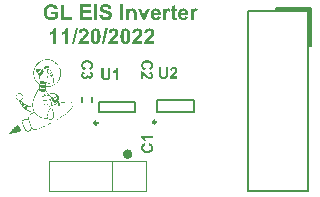
<source format=gto>
G04*
G04 #@! TF.GenerationSoftware,Altium Limited,Altium Designer,22.9.1 (49)*
G04*
G04 Layer_Color=65535*
%FSLAX44Y44*%
%MOMM*%
G71*
G04*
G04 #@! TF.SameCoordinates,A8B0115D-A14B-43F8-95CD-E385AC25DAC2*
G04*
G04*
G04 #@! TF.FilePolarity,Positive*
G04*
G01*
G75*
%ADD10C,0.2500*%
%ADD11C,0.4000*%
%ADD12C,0.2000*%
%ADD13C,0.1500*%
%ADD14C,0.1000*%
G36*
X108730Y170928D02*
X108941Y170914D01*
X109167Y170886D01*
X109434Y170858D01*
X109716Y170802D01*
X109998Y170745D01*
X110309Y170675D01*
X110619Y170590D01*
X110915Y170492D01*
X111211Y170365D01*
X111507Y170210D01*
X111775Y170054D01*
X112014Y169857D01*
X112028Y169843D01*
X112071Y169815D01*
X112127Y169744D01*
X112212Y169660D01*
X112310Y169561D01*
X112409Y169420D01*
X112522Y169265D01*
X112649Y169096D01*
X112761Y168899D01*
X112874Y168687D01*
X112987Y168447D01*
X113086Y168194D01*
X113184Y167926D01*
X113255Y167630D01*
X113297Y167320D01*
X113325Y166996D01*
X110703Y166897D01*
Y166911D01*
X110689Y166939D01*
Y166996D01*
X110675Y167052D01*
X110647Y167136D01*
X110619Y167235D01*
X110548Y167447D01*
X110449Y167672D01*
X110323Y167912D01*
X110168Y168137D01*
X109970Y168321D01*
X109942Y168335D01*
X109872Y168391D01*
X109745Y168462D01*
X109561Y168546D01*
X109322Y168631D01*
X109040Y168701D01*
X108701Y168758D01*
X108307Y168772D01*
X108124D01*
X108025Y168758D01*
X107912Y168743D01*
X107644Y168715D01*
X107362Y168659D01*
X107052Y168574D01*
X106770Y168447D01*
X106502Y168292D01*
X106488Y168278D01*
X106446Y168236D01*
X106376Y168165D01*
X106305Y168081D01*
X106220Y167968D01*
X106164Y167827D01*
X106108Y167672D01*
X106094Y167489D01*
Y167475D01*
Y167418D01*
X106108Y167320D01*
X106136Y167221D01*
X106192Y167094D01*
X106249Y166953D01*
X106347Y166826D01*
X106474Y166699D01*
X106502Y166685D01*
X106531Y166657D01*
X106587Y166629D01*
X106643Y166587D01*
X106728Y166544D01*
X106841Y166488D01*
X106967Y166432D01*
X107108Y166375D01*
X107278Y166305D01*
X107475Y166234D01*
X107701Y166164D01*
X107954Y166079D01*
X108236Y165995D01*
X108546Y165910D01*
X108885Y165825D01*
X108913D01*
X108969Y165811D01*
X109068Y165783D01*
X109195Y165755D01*
X109364Y165713D01*
X109533Y165656D01*
X109745Y165600D01*
X109956Y165543D01*
X110421Y165403D01*
X110886Y165247D01*
X111112Y165163D01*
X111338Y165078D01*
X111535Y164980D01*
X111718Y164895D01*
X111732D01*
X111761Y164867D01*
X111803Y164839D01*
X111873Y164810D01*
X112042Y164698D01*
X112254Y164557D01*
X112479Y164359D01*
X112719Y164134D01*
X112959Y163866D01*
X113170Y163570D01*
Y163556D01*
X113198Y163528D01*
X113212Y163485D01*
X113255Y163415D01*
X113297Y163330D01*
X113339Y163232D01*
X113382Y163119D01*
X113438Y162992D01*
X113480Y162851D01*
X113523Y162696D01*
X113607Y162344D01*
X113664Y161935D01*
X113692Y161498D01*
Y161483D01*
Y161455D01*
Y161385D01*
X113678Y161314D01*
Y161216D01*
X113664Y161089D01*
X113635Y160962D01*
X113607Y160821D01*
X113537Y160497D01*
X113424Y160144D01*
X113269Y159778D01*
X113170Y159580D01*
X113057Y159397D01*
Y159383D01*
X113029Y159355D01*
X112987Y159298D01*
X112945Y159242D01*
X112874Y159157D01*
X112804Y159059D01*
X112606Y158847D01*
X112353Y158622D01*
X112057Y158368D01*
X111704Y158143D01*
X111295Y157945D01*
X111281D01*
X111239Y157931D01*
X111182Y157903D01*
X111098Y157875D01*
X110985Y157832D01*
X110844Y157804D01*
X110689Y157762D01*
X110520Y157720D01*
X110323Y157663D01*
X110111Y157621D01*
X109872Y157593D01*
X109618Y157550D01*
X109364Y157522D01*
X109068Y157494D01*
X108772Y157480D01*
X108349D01*
X108222Y157494D01*
X108053D01*
X107856Y157508D01*
X107616Y157536D01*
X107348Y157579D01*
X107066Y157621D01*
X106756Y157677D01*
X106446Y157762D01*
X106136Y157846D01*
X105826Y157959D01*
X105515Y158086D01*
X105219Y158241D01*
X104938Y158410D01*
X104670Y158608D01*
X104656Y158622D01*
X104613Y158664D01*
X104543Y158735D01*
X104458Y158819D01*
X104360Y158946D01*
X104233Y159087D01*
X104106Y159256D01*
X103979Y159454D01*
X103838Y159679D01*
X103697Y159919D01*
X103570Y160201D01*
X103443Y160497D01*
X103330Y160821D01*
X103232Y161159D01*
X103147Y161540D01*
X103091Y161935D01*
X105642Y162188D01*
Y162174D01*
X105656Y162132D01*
X105671Y162062D01*
X105685Y161977D01*
X105713Y161864D01*
X105755Y161751D01*
X105840Y161469D01*
X105967Y161159D01*
X106136Y160835D01*
X106333Y160539D01*
X106446Y160412D01*
X106573Y160285D01*
X106587D01*
X106601Y160257D01*
X106643Y160229D01*
X106700Y160187D01*
X106770Y160144D01*
X106869Y160102D01*
X106967Y160046D01*
X107080Y159989D01*
X107362Y159876D01*
X107687Y159792D01*
X108067Y159721D01*
X108490Y159693D01*
X108617D01*
X108701Y159707D01*
X108814D01*
X108927Y159721D01*
X109209Y159764D01*
X109519Y159820D01*
X109843Y159919D01*
X110153Y160046D01*
X110294Y160130D01*
X110421Y160229D01*
X110435D01*
X110449Y160257D01*
X110520Y160328D01*
X110633Y160440D01*
X110745Y160581D01*
X110858Y160765D01*
X110971Y160990D01*
X111042Y161230D01*
X111070Y161357D01*
Y161483D01*
Y161498D01*
Y161568D01*
X111056Y161653D01*
X111042Y161751D01*
X110999Y161878D01*
X110957Y162019D01*
X110886Y162146D01*
X110788Y162273D01*
X110774Y162287D01*
X110731Y162329D01*
X110661Y162386D01*
X110576Y162470D01*
X110435Y162555D01*
X110280Y162654D01*
X110083Y162738D01*
X109843Y162837D01*
X109815Y162851D01*
X109787D01*
X109745Y162865D01*
X109688Y162879D01*
X109604Y162907D01*
X109519Y162936D01*
X109406Y162964D01*
X109279Y163006D01*
X109124Y163048D01*
X108955Y163091D01*
X108758Y163147D01*
X108546Y163203D01*
X108307Y163260D01*
X108039Y163330D01*
X107743Y163401D01*
X107715D01*
X107644Y163429D01*
X107545Y163457D01*
X107404Y163499D01*
X107221Y163542D01*
X107024Y163612D01*
X106812Y163683D01*
X106587Y163753D01*
X106094Y163951D01*
X105600Y164162D01*
X105375Y164289D01*
X105149Y164416D01*
X104952Y164543D01*
X104782Y164684D01*
X104768Y164698D01*
X104726Y164740D01*
X104670Y164796D01*
X104599Y164881D01*
X104501Y164980D01*
X104402Y165107D01*
X104289Y165247D01*
X104190Y165417D01*
X104078Y165600D01*
X103965Y165797D01*
X103866Y166023D01*
X103767Y166248D01*
X103697Y166488D01*
X103641Y166756D01*
X103598Y167024D01*
X103584Y167306D01*
Y167320D01*
Y167348D01*
Y167404D01*
X103598Y167475D01*
Y167559D01*
X103612Y167672D01*
X103655Y167912D01*
X103725Y168194D01*
X103824Y168518D01*
X103965Y168842D01*
X104148Y169166D01*
Y169181D01*
X104176Y169209D01*
X104205Y169251D01*
X104247Y169307D01*
X104388Y169462D01*
X104557Y169660D01*
X104797Y169871D01*
X105064Y170083D01*
X105403Y170294D01*
X105769Y170477D01*
X105783D01*
X105812Y170492D01*
X105882Y170520D01*
X105953Y170548D01*
X106065Y170590D01*
X106178Y170618D01*
X106319Y170661D01*
X106488Y170717D01*
X106671Y170759D01*
X106855Y170802D01*
X107066Y170830D01*
X107292Y170872D01*
X107545Y170900D01*
X107785Y170928D01*
X108335Y170943D01*
X108575D01*
X108730Y170928D01*
D02*
G37*
G36*
X62731D02*
X62943Y170914D01*
X63182Y170886D01*
X63436Y170858D01*
X63718Y170816D01*
X64014Y170759D01*
X64324Y170689D01*
X64634Y170618D01*
X64959Y170520D01*
X65269Y170393D01*
X65565Y170266D01*
X65847Y170111D01*
X66114Y169928D01*
X66129Y169914D01*
X66171Y169885D01*
X66241Y169829D01*
X66340Y169744D01*
X66439Y169632D01*
X66565Y169519D01*
X66707Y169364D01*
X66848Y169195D01*
X67003Y169011D01*
X67144Y168800D01*
X67299Y168560D01*
X67439Y168321D01*
X67566Y168053D01*
X67693Y167757D01*
X67792Y167447D01*
X67877Y167122D01*
X65269Y166629D01*
Y166643D01*
X65255Y166671D01*
X65240Y166728D01*
X65212Y166784D01*
X65184Y166869D01*
X65142Y166967D01*
X65029Y167179D01*
X64888Y167418D01*
X64705Y167672D01*
X64493Y167912D01*
X64225Y168137D01*
X64211D01*
X64197Y168165D01*
X64155Y168194D01*
X64085Y168222D01*
X64014Y168264D01*
X63929Y168321D01*
X63817Y168363D01*
X63704Y168419D01*
X63436Y168518D01*
X63112Y168617D01*
X62745Y168673D01*
X62336Y168701D01*
X62167D01*
X62055Y168687D01*
X61913Y168673D01*
X61744Y168645D01*
X61547Y168603D01*
X61350Y168560D01*
X61138Y168504D01*
X60913Y168433D01*
X60687Y168349D01*
X60462Y168236D01*
X60236Y168109D01*
X60010Y167968D01*
X59799Y167799D01*
X59602Y167602D01*
X59587Y167588D01*
X59559Y167545D01*
X59503Y167489D01*
X59447Y167390D01*
X59362Y167277D01*
X59277Y167136D01*
X59193Y166981D01*
X59094Y166784D01*
X58995Y166573D01*
X58911Y166333D01*
X58826Y166065D01*
X58742Y165769D01*
X58685Y165459D01*
X58629Y165121D01*
X58601Y164754D01*
X58587Y164359D01*
Y164331D01*
Y164261D01*
X58601Y164134D01*
Y163979D01*
X58615Y163781D01*
X58643Y163570D01*
X58671Y163316D01*
X58713Y163048D01*
X58770Y162780D01*
X58840Y162484D01*
X58925Y162202D01*
X59024Y161907D01*
X59136Y161625D01*
X59277Y161357D01*
X59432Y161103D01*
X59616Y160877D01*
X59630Y160863D01*
X59658Y160835D01*
X59728Y160765D01*
X59799Y160694D01*
X59912Y160609D01*
X60024Y160511D01*
X60180Y160412D01*
X60335Y160299D01*
X60518Y160187D01*
X60729Y160088D01*
X60941Y159989D01*
X61181Y159905D01*
X61448Y159834D01*
X61716Y159778D01*
X61998Y159735D01*
X62308Y159721D01*
X62449D01*
X62520Y159735D01*
X62618D01*
X62830Y159764D01*
X63084Y159806D01*
X63351Y159862D01*
X63647Y159933D01*
X63958Y160046D01*
X63972D01*
X64000Y160060D01*
X64042Y160074D01*
X64099Y160102D01*
X64254Y160173D01*
X64451Y160271D01*
X64676Y160384D01*
X64916Y160511D01*
X65156Y160652D01*
X65395Y160821D01*
Y162484D01*
X62393D01*
Y164684D01*
X68046D01*
Y159482D01*
X68032Y159468D01*
X68003Y159454D01*
X67961Y159411D01*
X67891Y159355D01*
X67806Y159284D01*
X67707Y159200D01*
X67580Y159115D01*
X67439Y159017D01*
X67270Y158904D01*
X67101Y158791D01*
X66904Y158678D01*
X66678Y158566D01*
X66453Y158439D01*
X66199Y158326D01*
X65931Y158199D01*
X65649Y158086D01*
X65635D01*
X65579Y158058D01*
X65494Y158030D01*
X65381Y157987D01*
X65240Y157945D01*
X65071Y157889D01*
X64874Y157846D01*
X64662Y157790D01*
X64437Y157734D01*
X64183Y157677D01*
X63929Y157621D01*
X63647Y157579D01*
X63070Y157508D01*
X62773Y157494D01*
X62477Y157480D01*
X62280D01*
X62139Y157494D01*
X61956Y157508D01*
X61744Y157522D01*
X61519Y157550D01*
X61265Y157593D01*
X60997Y157635D01*
X60715Y157691D01*
X60419Y157762D01*
X60109Y157832D01*
X59799Y157931D01*
X59503Y158044D01*
X59207Y158171D01*
X58911Y158326D01*
X58897Y158340D01*
X58840Y158368D01*
X58770Y158410D01*
X58657Y158481D01*
X58544Y158580D01*
X58389Y158678D01*
X58234Y158805D01*
X58065Y158960D01*
X57882Y159115D01*
X57698Y159298D01*
X57501Y159510D01*
X57318Y159721D01*
X57135Y159961D01*
X56951Y160215D01*
X56796Y160483D01*
X56641Y160779D01*
X56627Y160793D01*
X56613Y160849D01*
X56571Y160934D01*
X56529Y161061D01*
X56472Y161202D01*
X56402Y161385D01*
X56331Y161582D01*
X56261Y161808D01*
X56190Y162062D01*
X56120Y162329D01*
X56063Y162611D01*
X55993Y162907D01*
X55950Y163232D01*
X55908Y163556D01*
X55894Y163894D01*
X55880Y164247D01*
Y164275D01*
Y164331D01*
Y164444D01*
X55894Y164585D01*
X55908Y164768D01*
X55922Y164980D01*
X55950Y165205D01*
X55993Y165459D01*
X56035Y165727D01*
X56091Y166023D01*
X56162Y166319D01*
X56232Y166629D01*
X56331Y166939D01*
X56444Y167249D01*
X56571Y167559D01*
X56726Y167855D01*
X56740Y167869D01*
X56768Y167926D01*
X56810Y168011D01*
X56881Y168123D01*
X56980Y168250D01*
X57078Y168405D01*
X57205Y168574D01*
X57360Y168758D01*
X57515Y168955D01*
X57713Y169152D01*
X57910Y169350D01*
X58135Y169561D01*
X58375Y169758D01*
X58643Y169942D01*
X58925Y170125D01*
X59221Y170294D01*
X59235Y170308D01*
X59277Y170322D01*
X59348Y170351D01*
X59447Y170393D01*
X59573Y170449D01*
X59714Y170506D01*
X59883Y170562D01*
X60081Y170618D01*
X60292Y170675D01*
X60532Y170731D01*
X60786Y170788D01*
X61068Y170844D01*
X61364Y170886D01*
X61674Y170914D01*
X61998Y170943D01*
X62576D01*
X62731Y170928D01*
D02*
G37*
G36*
X185093Y167348D02*
X185178Y167334D01*
X185389Y167306D01*
X185643Y167249D01*
X185925Y167165D01*
X186221Y167038D01*
X186517Y166883D01*
X185742Y164712D01*
X185713Y164726D01*
X185629Y164782D01*
X185516Y164839D01*
X185361Y164923D01*
X185178Y164994D01*
X184980Y165064D01*
X184783Y165107D01*
X184571Y165121D01*
X184487D01*
X184388Y165107D01*
X184261Y165078D01*
X184120Y165050D01*
X183979Y164994D01*
X183824Y164923D01*
X183683Y164825D01*
X183669Y164810D01*
X183627Y164768D01*
X183556Y164698D01*
X183472Y164585D01*
X183387Y164444D01*
X183289Y164261D01*
X183190Y164049D01*
X183105Y163781D01*
Y163767D01*
X183091Y163739D01*
Y163697D01*
X183077Y163626D01*
X183063Y163542D01*
X183049Y163415D01*
X183021Y163274D01*
X183007Y163105D01*
X182993Y162907D01*
X182964Y162682D01*
X182950Y162428D01*
X182936Y162132D01*
X182922Y161808D01*
Y161455D01*
X182908Y161061D01*
Y160624D01*
Y157720D01*
X180413D01*
Y167150D01*
X182725D01*
Y165797D01*
X182739Y165811D01*
X182753Y165840D01*
X182781Y165882D01*
X182824Y165952D01*
X182936Y166122D01*
X183077Y166319D01*
X183246Y166530D01*
X183416Y166728D01*
X183599Y166911D01*
X183697Y166996D01*
X183782Y167052D01*
X183810Y167066D01*
X183867Y167094D01*
X183965Y167150D01*
X184092Y167207D01*
X184261Y167263D01*
X184445Y167320D01*
X184642Y167348D01*
X184867Y167362D01*
X185009D01*
X185093Y167348D01*
D02*
G37*
G36*
X161861D02*
X161946Y167334D01*
X162157Y167306D01*
X162411Y167249D01*
X162693Y167165D01*
X162989Y167038D01*
X163285Y166883D01*
X162510Y164712D01*
X162481Y164726D01*
X162397Y164782D01*
X162284Y164839D01*
X162129Y164923D01*
X161946Y164994D01*
X161749Y165064D01*
X161551Y165107D01*
X161340Y165121D01*
X161255D01*
X161156Y165107D01*
X161029Y165078D01*
X160889Y165050D01*
X160748Y164994D01*
X160592Y164923D01*
X160452Y164825D01*
X160437Y164810D01*
X160395Y164768D01*
X160325Y164698D01*
X160240Y164585D01*
X160156Y164444D01*
X160057Y164261D01*
X159958Y164049D01*
X159874Y163781D01*
Y163767D01*
X159860Y163739D01*
Y163697D01*
X159845Y163626D01*
X159831Y163542D01*
X159817Y163415D01*
X159789Y163274D01*
X159775Y163105D01*
X159761Y162907D01*
X159733Y162682D01*
X159719Y162428D01*
X159704Y162132D01*
X159690Y161808D01*
Y161455D01*
X159676Y161061D01*
Y160624D01*
Y157720D01*
X157181D01*
Y167150D01*
X159493D01*
Y165797D01*
X159507Y165811D01*
X159521Y165840D01*
X159549Y165882D01*
X159592Y165952D01*
X159704Y166122D01*
X159845Y166319D01*
X160014Y166530D01*
X160184Y166728D01*
X160367Y166911D01*
X160466Y166996D01*
X160550Y167052D01*
X160578Y167066D01*
X160635Y167094D01*
X160734Y167150D01*
X160860Y167207D01*
X161029Y167263D01*
X161213Y167320D01*
X161410Y167348D01*
X161636Y167362D01*
X161777D01*
X161861Y167348D01*
D02*
G37*
G36*
X131651D02*
X131863Y167320D01*
X132088Y167292D01*
X132342Y167235D01*
X132610Y167150D01*
X132864Y167052D01*
X132878D01*
X132892Y167038D01*
X132977Y166996D01*
X133103Y166939D01*
X133244Y166840D01*
X133413Y166742D01*
X133583Y166601D01*
X133752Y166460D01*
X133893Y166291D01*
X133907Y166276D01*
X133949Y166206D01*
X134006Y166122D01*
X134090Y165995D01*
X134175Y165840D01*
X134245Y165656D01*
X134330Y165459D01*
X134386Y165247D01*
Y165219D01*
X134414Y165135D01*
X134429Y165008D01*
X134457Y164825D01*
X134485Y164585D01*
X134499Y164303D01*
X134527Y163965D01*
Y163570D01*
Y157720D01*
X132032D01*
Y162527D01*
Y162541D01*
Y162597D01*
Y162668D01*
Y162780D01*
Y162893D01*
X132018Y163034D01*
Y163344D01*
X131990Y163683D01*
X131961Y164007D01*
X131947Y164162D01*
X131919Y164289D01*
X131891Y164402D01*
X131863Y164500D01*
Y164514D01*
X131835Y164571D01*
X131792Y164655D01*
X131736Y164754D01*
X131665Y164867D01*
X131581Y164994D01*
X131468Y165107D01*
X131341Y165205D01*
X131327Y165219D01*
X131285Y165247D01*
X131200Y165290D01*
X131102Y165332D01*
X130975Y165374D01*
X130834Y165417D01*
X130679Y165445D01*
X130495Y165459D01*
X130383D01*
X130270Y165445D01*
X130101Y165417D01*
X129931Y165374D01*
X129734Y165304D01*
X129523Y165219D01*
X129325Y165092D01*
X129297Y165078D01*
X129241Y165022D01*
X129156Y164951D01*
X129043Y164839D01*
X128931Y164712D01*
X128818Y164543D01*
X128719Y164359D01*
X128635Y164148D01*
X128621Y164120D01*
Y164091D01*
X128606Y164035D01*
X128592Y163965D01*
X128578Y163880D01*
X128564Y163781D01*
X128550Y163669D01*
X128522Y163528D01*
X128508Y163372D01*
X128494Y163189D01*
X128479Y162992D01*
X128465Y162780D01*
Y162541D01*
X128451Y162273D01*
Y161991D01*
Y157720D01*
X125956D01*
Y167150D01*
X128268D01*
Y165755D01*
X128282Y165769D01*
X128324Y165825D01*
X128395Y165910D01*
X128494Y166009D01*
X128606Y166122D01*
X128762Y166262D01*
X128917Y166403D01*
X129114Y166558D01*
X129325Y166714D01*
X129565Y166854D01*
X129819Y166996D01*
X130087Y167108D01*
X130383Y167221D01*
X130693Y167292D01*
X131017Y167348D01*
X131355Y167362D01*
X131496D01*
X131651Y167348D01*
D02*
G37*
G36*
X141886Y157720D02*
X139644D01*
X135852Y167150D01*
X138474D01*
X140251Y162329D01*
X140758Y160722D01*
Y160736D01*
X140772Y160751D01*
X140786Y160821D01*
X140829Y160934D01*
X140871Y161061D01*
X140913Y161187D01*
X140955Y161329D01*
X140984Y161441D01*
X141012Y161526D01*
Y161540D01*
X141040Y161596D01*
X141054Y161681D01*
X141096Y161780D01*
X141139Y161907D01*
X141181Y162033D01*
X141280Y162329D01*
X143070Y167150D01*
X145636D01*
X141886Y157720D01*
D02*
G37*
G36*
X123489D02*
X120867D01*
Y170731D01*
X123489D01*
Y157720D01*
D02*
G37*
G36*
X101272D02*
X98650D01*
Y170731D01*
X101272D01*
Y157720D01*
D02*
G37*
G36*
X96254Y168532D02*
X89234D01*
Y165656D01*
X95760D01*
Y163457D01*
X89234D01*
Y159919D01*
X96508D01*
Y157720D01*
X86611D01*
Y170731D01*
X96254D01*
Y168532D01*
D02*
G37*
G36*
X73163Y159919D02*
X79690D01*
Y157720D01*
X70541D01*
Y170618D01*
X73163D01*
Y159919D01*
D02*
G37*
G36*
X174196Y167348D02*
X174351Y167334D01*
X174520Y167320D01*
X174732Y167292D01*
X174957Y167249D01*
X175197Y167193D01*
X175465Y167108D01*
X175733Y167024D01*
X176000Y166911D01*
X176283Y166770D01*
X176550Y166615D01*
X176818Y166432D01*
X177072Y166206D01*
X177312Y165966D01*
X177326Y165952D01*
X177368Y165896D01*
X177424Y165825D01*
X177495Y165713D01*
X177593Y165558D01*
X177692Y165374D01*
X177805Y165163D01*
X177918Y164923D01*
X178030Y164641D01*
X178129Y164317D01*
X178228Y163979D01*
X178312Y163598D01*
X178383Y163175D01*
X178439Y162724D01*
X178482Y162245D01*
Y161723D01*
X172237D01*
Y161709D01*
Y161681D01*
Y161610D01*
X172251Y161540D01*
X172265Y161441D01*
X172279Y161329D01*
X172321Y161089D01*
X172392Y160807D01*
X172490Y160511D01*
X172631Y160229D01*
X172829Y159975D01*
X172843D01*
X172857Y159947D01*
X172927Y159876D01*
X173054Y159778D01*
X173223Y159679D01*
X173435Y159566D01*
X173689Y159468D01*
X173971Y159397D01*
X174126Y159383D01*
X174281Y159369D01*
X174379D01*
X174478Y159383D01*
X174619Y159411D01*
X174774Y159439D01*
X174929Y159496D01*
X175098Y159580D01*
X175253Y159679D01*
X175268Y159693D01*
X175324Y159735D01*
X175394Y159820D01*
X175479Y159933D01*
X175592Y160074D01*
X175690Y160257D01*
X175789Y160469D01*
X175874Y160722D01*
X178355Y160299D01*
Y160285D01*
X178326Y160243D01*
X178298Y160173D01*
X178270Y160074D01*
X178214Y159961D01*
X178143Y159834D01*
X178073Y159679D01*
X177988Y159524D01*
X177777Y159186D01*
X177509Y158847D01*
X177199Y158509D01*
X177015Y158354D01*
X176832Y158213D01*
X176818Y158199D01*
X176790Y158185D01*
X176734Y158143D01*
X176649Y158100D01*
X176550Y158044D01*
X176423Y157987D01*
X176283Y157931D01*
X176127Y157861D01*
X175944Y157790D01*
X175747Y157734D01*
X175535Y157677D01*
X175310Y157621D01*
X175070Y157579D01*
X174802Y157536D01*
X174534Y157522D01*
X174252Y157508D01*
X174140D01*
X174013Y157522D01*
X173844Y157536D01*
X173646Y157550D01*
X173407Y157593D01*
X173153Y157635D01*
X172871Y157706D01*
X172575Y157790D01*
X172279Y157903D01*
X171983Y158030D01*
X171673Y158185D01*
X171391Y158368D01*
X171109Y158580D01*
X170855Y158819D01*
X170616Y159101D01*
X170601Y159115D01*
X170573Y159157D01*
X170531Y159228D01*
X170474Y159341D01*
X170404Y159468D01*
X170319Y159609D01*
X170235Y159792D01*
X170150Y159989D01*
X170066Y160215D01*
X169981Y160469D01*
X169897Y160736D01*
X169826Y161018D01*
X169770Y161329D01*
X169727Y161653D01*
X169699Y162005D01*
X169685Y162358D01*
Y162386D01*
Y162456D01*
X169699Y162583D01*
Y162738D01*
X169727Y162936D01*
X169756Y163175D01*
X169784Y163415D01*
X169840Y163697D01*
X169897Y163979D01*
X169981Y164275D01*
X170080Y164585D01*
X170193Y164895D01*
X170333Y165191D01*
X170503Y165487D01*
X170686Y165769D01*
X170897Y166023D01*
X170912Y166037D01*
X170954Y166079D01*
X171024Y166150D01*
X171123Y166234D01*
X171236Y166333D01*
X171391Y166446D01*
X171560Y166573D01*
X171743Y166699D01*
X171955Y166812D01*
X172194Y166939D01*
X172448Y167052D01*
X172730Y167150D01*
X173012Y167235D01*
X173322Y167306D01*
X173660Y167348D01*
X173999Y167362D01*
X174097D01*
X174196Y167348D01*
D02*
G37*
G36*
X166978Y167150D02*
X168684D01*
Y165163D01*
X166978D01*
Y161357D01*
Y161343D01*
Y161300D01*
Y161244D01*
Y161173D01*
Y161089D01*
Y160976D01*
Y160751D01*
X166993Y160525D01*
Y160299D01*
X167007Y160201D01*
Y160116D01*
X167021Y160046D01*
Y160003D01*
Y159989D01*
X167035Y159975D01*
X167063Y159891D01*
X167134Y159792D01*
X167232Y159693D01*
X167246D01*
X167260Y159679D01*
X167303Y159665D01*
X167359Y159637D01*
X167486Y159594D01*
X167655Y159580D01*
X167726D01*
X167796Y159594D01*
X167909Y159609D01*
X168050Y159637D01*
X168233Y159679D01*
X168430Y159735D01*
X168656Y159806D01*
X168882Y157875D01*
X168867D01*
X168839Y157861D01*
X168797Y157846D01*
X168727Y157818D01*
X168642Y157790D01*
X168543Y157762D01*
X168430Y157720D01*
X168304Y157691D01*
X168022Y157621D01*
X167683Y157565D01*
X167303Y157522D01*
X166908Y157508D01*
X166795D01*
X166668Y157522D01*
X166499Y157536D01*
X166316Y157565D01*
X166119Y157607D01*
X165907Y157663D01*
X165696Y157734D01*
X165667Y157748D01*
X165611Y157776D01*
X165512Y157818D01*
X165400Y157889D01*
X165273Y157973D01*
X165132Y158072D01*
X165019Y158185D01*
X164906Y158312D01*
X164892Y158326D01*
X164864Y158382D01*
X164822Y158467D01*
X164765Y158566D01*
X164709Y158706D01*
X164653Y158876D01*
X164596Y159073D01*
X164554Y159284D01*
Y159313D01*
X164540Y159369D01*
Y159425D01*
X164526Y159496D01*
Y159580D01*
Y159665D01*
X164512Y159778D01*
Y159905D01*
X164497Y160046D01*
Y160215D01*
X164483Y160398D01*
Y160595D01*
Y160807D01*
Y161047D01*
Y165163D01*
X163341D01*
Y167150D01*
X164483D01*
Y169025D01*
X166978Y170492D01*
Y167150D01*
D02*
G37*
G36*
X150964Y167348D02*
X151119Y167334D01*
X151288Y167320D01*
X151500Y167292D01*
X151726Y167249D01*
X151965Y167193D01*
X152233Y167108D01*
X152501Y167024D01*
X152769Y166911D01*
X153051Y166770D01*
X153319Y166615D01*
X153586Y166432D01*
X153840Y166206D01*
X154080Y165966D01*
X154094Y165952D01*
X154136Y165896D01*
X154192Y165825D01*
X154263Y165713D01*
X154362Y165558D01*
X154460Y165374D01*
X154573Y165163D01*
X154686Y164923D01*
X154799Y164641D01*
X154897Y164317D01*
X154996Y163979D01*
X155081Y163598D01*
X155151Y163175D01*
X155208Y162724D01*
X155250Y162245D01*
Y161723D01*
X149005D01*
Y161709D01*
Y161681D01*
Y161610D01*
X149019Y161540D01*
X149033Y161441D01*
X149047Y161329D01*
X149089Y161089D01*
X149160Y160807D01*
X149258Y160511D01*
X149399Y160229D01*
X149597Y159975D01*
X149611D01*
X149625Y159947D01*
X149696Y159876D01*
X149822Y159778D01*
X149992Y159679D01*
X150203Y159566D01*
X150457Y159468D01*
X150739Y159397D01*
X150894Y159383D01*
X151049Y159369D01*
X151147D01*
X151246Y159383D01*
X151387Y159411D01*
X151542Y159439D01*
X151697Y159496D01*
X151867Y159580D01*
X152022Y159679D01*
X152036Y159693D01*
X152092Y159735D01*
X152163Y159820D01*
X152247Y159933D01*
X152360Y160074D01*
X152458Y160257D01*
X152557Y160469D01*
X152642Y160722D01*
X155123Y160299D01*
Y160285D01*
X155095Y160243D01*
X155066Y160173D01*
X155038Y160074D01*
X154982Y159961D01*
X154911Y159834D01*
X154841Y159679D01*
X154756Y159524D01*
X154545Y159186D01*
X154277Y158847D01*
X153967Y158509D01*
X153784Y158354D01*
X153600Y158213D01*
X153586Y158199D01*
X153558Y158185D01*
X153502Y158143D01*
X153417Y158100D01*
X153319Y158044D01*
X153192Y157987D01*
X153051Y157931D01*
X152896Y157861D01*
X152712Y157790D01*
X152515Y157734D01*
X152303Y157677D01*
X152078Y157621D01*
X151838Y157579D01*
X151570Y157536D01*
X151303Y157522D01*
X151021Y157508D01*
X150908D01*
X150781Y157522D01*
X150612Y157536D01*
X150414Y157550D01*
X150175Y157593D01*
X149921Y157635D01*
X149639Y157706D01*
X149343Y157790D01*
X149047Y157903D01*
X148751Y158030D01*
X148441Y158185D01*
X148159Y158368D01*
X147877Y158580D01*
X147623Y158819D01*
X147384Y159101D01*
X147369Y159115D01*
X147341Y159157D01*
X147299Y159228D01*
X147243Y159341D01*
X147172Y159468D01*
X147088Y159609D01*
X147003Y159792D01*
X146918Y159989D01*
X146834Y160215D01*
X146749Y160469D01*
X146665Y160736D01*
X146594Y161018D01*
X146538Y161329D01*
X146496Y161653D01*
X146467Y162005D01*
X146453Y162358D01*
Y162386D01*
Y162456D01*
X146467Y162583D01*
Y162738D01*
X146496Y162936D01*
X146524Y163175D01*
X146552Y163415D01*
X146608Y163697D01*
X146665Y163979D01*
X146749Y164275D01*
X146848Y164585D01*
X146961Y164895D01*
X147102Y165191D01*
X147271Y165487D01*
X147454Y165769D01*
X147666Y166023D01*
X147680Y166037D01*
X147722Y166079D01*
X147792Y166150D01*
X147891Y166234D01*
X148004Y166333D01*
X148159Y166446D01*
X148328Y166573D01*
X148511Y166699D01*
X148723Y166812D01*
X148962Y166939D01*
X149216Y167052D01*
X149498Y167150D01*
X149780Y167235D01*
X150090Y167306D01*
X150429Y167348D01*
X150767Y167362D01*
X150866D01*
X150964Y167348D01*
D02*
G37*
G36*
X59617Y124368D02*
X59926Y124324D01*
X60191D01*
X60367Y124280D01*
X60808Y124235D01*
X61293Y124147D01*
X61337D01*
X61381Y124103D01*
X61513D01*
X61690Y124059D01*
X62131Y123927D01*
X62616Y123750D01*
X62660D01*
X62748Y123706D01*
X62880Y123662D01*
X63057Y123574D01*
X63542Y123398D01*
X64159Y123089D01*
X64865Y122692D01*
X65658Y122207D01*
X66452Y121634D01*
X67201Y120928D01*
X67246D01*
X67290Y120840D01*
X67554Y120576D01*
X67907Y120179D01*
X68304Y119606D01*
X68789Y118944D01*
X69274Y118150D01*
X69715Y117268D01*
X70068Y116299D01*
Y116254D01*
X70112Y116166D01*
X70156Y116034D01*
X70200Y115857D01*
X70244Y115593D01*
X70332Y115328D01*
X70420Y114623D01*
X70553Y113785D01*
X70597Y112859D01*
Y111889D01*
X70509Y110831D01*
Y110787D01*
X70465Y110654D01*
X70420Y110478D01*
X70376Y110213D01*
X70288Y109861D01*
X70156Y109508D01*
X70023Y109067D01*
X69847Y108582D01*
X69406Y107568D01*
X68833Y106510D01*
X68083Y105407D01*
X67687Y104878D01*
X67201Y104349D01*
X67157Y104305D01*
X67069Y104217D01*
X66937Y104084D01*
X66716Y103908D01*
X66496Y103732D01*
X66187Y103467D01*
X65835Y103202D01*
X65438Y102938D01*
X64953Y102673D01*
X64468Y102365D01*
X63365Y101835D01*
X62131Y101395D01*
X61425Y101174D01*
X60720Y101042D01*
X60676D01*
X60543Y100998D01*
X60279D01*
X60014Y100954D01*
X59617D01*
X59220Y100910D01*
X58338D01*
X57589Y100954D01*
Y100645D01*
Y100601D01*
Y100380D01*
X57633Y100116D01*
X57721Y99719D01*
X57809Y99234D01*
X57942Y98749D01*
X58118Y98176D01*
X58338Y97558D01*
Y97514D01*
X58383Y97426D01*
X58471Y97250D01*
X58559Y97029D01*
X58691Y96765D01*
X58824Y96500D01*
X59132Y95795D01*
X59176Y95751D01*
X59220Y95662D01*
X59309Y95486D01*
X59397Y95309D01*
X59573Y94913D01*
X59661Y94780D01*
X59705Y94692D01*
X59926Y94913D01*
X59970Y94957D01*
X60102Y95001D01*
X60279Y95133D01*
X60543Y95265D01*
X60896Y95398D01*
X61293Y95530D01*
X61734Y95618D01*
X62219Y95706D01*
X64159D01*
X64379Y95662D01*
X64644Y95618D01*
X64909Y95530D01*
X64953Y95486D01*
X65173Y95442D01*
X65438Y95309D01*
X65835Y95089D01*
X66055Y94913D01*
X66187Y94957D01*
X66231Y95001D01*
X66320Y95045D01*
X66452Y95089D01*
X66761D01*
X66893Y95045D01*
X67025Y94957D01*
X67069Y94913D01*
X67201Y94824D01*
X67378Y94604D01*
X67731Y94295D01*
X67775Y94251D01*
X67819Y94163D01*
X68083Y93898D01*
X68348Y93546D01*
X68612Y93237D01*
X68657Y93193D01*
X68745Y93061D01*
X68877Y92884D01*
X69009Y92664D01*
X69054Y92620D01*
X69098Y92532D01*
X69142Y92355D01*
X69186Y92223D01*
Y92179D01*
X69230Y92091D01*
Y91958D01*
Y91738D01*
X69186Y91429D01*
Y91165D01*
Y91121D01*
X69142Y91076D01*
X69009Y90812D01*
X68789Y90459D01*
X68480Y90018D01*
X68216Y89754D01*
X68260Y89710D01*
X68304Y89621D01*
X68436Y89445D01*
X68480Y89357D01*
X68568Y89136D01*
X68745Y88784D01*
X68965Y88343D01*
Y88299D01*
X69009Y88254D01*
X69142Y87990D01*
X69274Y87637D01*
X69406Y87329D01*
X69450D01*
X69583Y87373D01*
X69671Y87417D01*
X69847Y87461D01*
X69891D01*
X69979Y87505D01*
X70156Y87549D01*
X70376Y87593D01*
X70685Y87637D01*
X70994Y87725D01*
X71787Y87902D01*
X72669Y88034D01*
X73595Y88210D01*
X74565Y88343D01*
X75535Y88431D01*
X78005D01*
X78269Y88387D01*
X78578Y88343D01*
X79239Y88210D01*
X79592Y88078D01*
X79901Y87946D01*
X79945D01*
X79989Y87902D01*
X80253Y87725D01*
X80562Y87461D01*
X80827Y87108D01*
X80871Y87064D01*
X80915Y86976D01*
X80959Y86843D01*
Y86667D01*
Y86623D01*
X81003Y86535D01*
Y86314D01*
Y86094D01*
Y85653D01*
X80959Y85432D01*
Y85388D01*
X80915Y85344D01*
X80871Y85212D01*
X80827Y85035D01*
X80738Y84815D01*
X80606Y84551D01*
X80297Y83889D01*
X79812Y83095D01*
X79504Y82698D01*
X79151Y82213D01*
X78754Y81773D01*
X78313Y81243D01*
X77784Y80758D01*
X77211Y80229D01*
X77167Y80185D01*
X77079Y80097D01*
X76858Y79921D01*
X76638Y79744D01*
X76285Y79480D01*
X75932Y79171D01*
X75447Y78818D01*
X74962Y78421D01*
X74433Y77980D01*
X73816Y77540D01*
X73154Y77055D01*
X72449Y76525D01*
X70950Y75467D01*
X69318Y74365D01*
X69274Y74321D01*
X69098Y74232D01*
X68877Y74100D01*
X68524Y73880D01*
X68127Y73615D01*
X67642Y73306D01*
X67069Y72954D01*
X66452Y72601D01*
X65746Y72204D01*
X64997Y71763D01*
X64203Y71322D01*
X63365Y70837D01*
X61602Y69911D01*
X59705Y68941D01*
X59661D01*
X59529Y68853D01*
X59309Y68765D01*
X59044Y68632D01*
X58691Y68456D01*
X58294Y68280D01*
X57853Y68059D01*
X57368Y67839D01*
X56310Y67310D01*
X55120Y66781D01*
X53929Y66251D01*
X52738Y65766D01*
X52694D01*
X52606Y65722D01*
X52430Y65678D01*
X52253Y65590D01*
X51989Y65502D01*
X51680Y65369D01*
X51019Y65149D01*
X50269Y64928D01*
X49520Y64708D01*
X48858Y64576D01*
X48241Y64488D01*
X48153D01*
X47932Y64532D01*
X47579Y64620D01*
X47227Y64840D01*
X47183Y64884D01*
X47094Y64928D01*
X46962Y65061D01*
X46742Y65237D01*
X46698Y65281D01*
X46565Y65413D01*
X46389Y65590D01*
X46257Y65766D01*
X46036Y66031D01*
X45860Y65766D01*
X45816Y65722D01*
X45728Y65590D01*
X45551Y65369D01*
X45375Y65149D01*
X44802Y64532D01*
X44184Y63958D01*
X44140Y63914D01*
X44052Y63826D01*
X43876Y63738D01*
X43699Y63562D01*
X43170Y63253D01*
X42906Y63121D01*
X42641Y63032D01*
X41979D01*
X41847Y63121D01*
X41671Y63165D01*
X41450Y63297D01*
X41406Y63341D01*
X41318Y63385D01*
X41186Y63517D01*
X41009Y63694D01*
X40789Y63958D01*
X40524Y64267D01*
X40216Y64708D01*
X39907Y65193D01*
X39863Y65281D01*
X39731Y65502D01*
X39554Y65855D01*
X39334Y66340D01*
X39069Y66869D01*
X38805Y67530D01*
X38496Y68191D01*
X38187Y68941D01*
Y68985D01*
X38143Y69029D01*
X38055Y69250D01*
X37967Y69602D01*
X37791Y70043D01*
X37526Y70969D01*
X37438Y71410D01*
X37394Y71763D01*
Y71807D01*
Y71895D01*
X37482Y72160D01*
X37658Y72557D01*
X37835Y72733D01*
X38011Y72910D01*
X38055Y72954D01*
X38143Y72998D01*
X38276Y73086D01*
X38540Y73174D01*
X38849Y73262D01*
X39246Y73395D01*
X39731Y73483D01*
X40304Y73527D01*
X43126D01*
Y73571D01*
Y73615D01*
X43082Y73791D01*
Y74100D01*
X43038Y74497D01*
Y74541D01*
Y74585D01*
Y74850D01*
Y75202D01*
Y75555D01*
Y75599D01*
Y75687D01*
X43082Y75864D01*
X43126Y76084D01*
X43214Y76525D01*
X43302Y76746D01*
X43390Y76922D01*
X43435Y77010D01*
X43611Y77231D01*
X43964Y77540D01*
X44184Y77716D01*
X44449Y77892D01*
X44493Y77936D01*
X44581Y77980D01*
X44757Y78113D01*
X45022Y78245D01*
X45331Y78421D01*
X45728Y78642D01*
X46168Y78906D01*
X46653Y79171D01*
X46918Y79347D01*
X46477Y79391D01*
X46433D01*
X46257Y79436D01*
X46036Y79524D01*
X45683Y79612D01*
X45287Y79744D01*
X44802Y79921D01*
X44272Y80097D01*
X43699Y80317D01*
X42464Y80935D01*
X41803Y81287D01*
X41142Y81684D01*
X40480Y82125D01*
X39819Y82610D01*
X39158Y83184D01*
X38540Y83757D01*
X38452Y83845D01*
X38276Y84021D01*
X37967Y84374D01*
X37614Y84815D01*
X37173Y85388D01*
X36688Y86050D01*
X36203Y86799D01*
X35762Y87593D01*
X35189Y88651D01*
Y88695D01*
X35145Y88740D01*
X35057Y88916D01*
X34969Y89136D01*
X34880Y89313D01*
Y89357D01*
X34836Y89401D01*
Y89445D01*
X34792Y89489D01*
X34748Y89533D01*
X34572Y89577D01*
X34307Y89665D01*
X34042Y89754D01*
X33998Y89798D01*
X33822Y89886D01*
X33602Y90062D01*
X33337Y90327D01*
X33072Y90591D01*
X32764Y90988D01*
X32543Y91429D01*
X32367Y91914D01*
Y91958D01*
X32323Y92091D01*
X32279Y92267D01*
Y92532D01*
Y92620D01*
Y92752D01*
Y92928D01*
X32323Y93105D01*
Y93149D01*
X32367Y93237D01*
X32411Y93413D01*
X32499Y93590D01*
Y93634D01*
X32543Y93722D01*
X32587Y93854D01*
X32676Y94075D01*
X32984Y94516D01*
X33381Y94957D01*
X33425Y95001D01*
X33513Y95045D01*
X33646Y95133D01*
X33822Y95265D01*
X34263Y95530D01*
X34836Y95706D01*
X36115D01*
X36247Y95662D01*
X36424Y95574D01*
X36644Y95486D01*
X37173Y95177D01*
X37702Y94736D01*
X37746Y94692D01*
X37791Y94604D01*
X37923Y94472D01*
X38055Y94251D01*
X38187Y93987D01*
X38320Y93722D01*
X38408Y93369D01*
X38496Y93017D01*
Y92972D01*
X38540Y92840D01*
Y92664D01*
Y92443D01*
X38452Y91826D01*
X38364Y91517D01*
X38231Y91165D01*
Y91121D01*
X38143Y91032D01*
X38055Y90856D01*
X37923Y90680D01*
X37526Y90239D01*
X37261Y90018D01*
X36953Y89798D01*
X36865D01*
X36820Y89754D01*
X37085Y89445D01*
X37129Y89357D01*
X37350Y89136D01*
X37614Y88828D01*
X38011Y88387D01*
X38496Y87902D01*
X39025Y87373D01*
X39598Y86843D01*
X40260Y86358D01*
X40348Y86314D01*
X40568Y86182D01*
X40921Y85962D01*
X41362Y85697D01*
X41891Y85432D01*
X42464Y85212D01*
X43082Y84991D01*
X43743Y84859D01*
X43920D01*
X44140Y84815D01*
X44978D01*
X45198Y84859D01*
X45287D01*
X45463Y84903D01*
X45728Y84947D01*
X45992Y85035D01*
X46168Y85168D01*
Y85653D01*
Y85697D01*
Y85741D01*
Y86006D01*
X46213Y86403D01*
X46257Y86888D01*
X46345Y87505D01*
X46477Y88210D01*
X46653Y88960D01*
X46874Y89710D01*
X47668Y91870D01*
X48109Y92708D01*
X49828Y96147D01*
Y96191D01*
X49917Y96280D01*
X50005Y96456D01*
X50093Y96632D01*
X50313Y97117D01*
X50578Y97691D01*
X50622Y97735D01*
X50666Y97911D01*
X50798Y98176D01*
X50931Y98528D01*
X51107Y98925D01*
X51283Y99366D01*
X51636Y100292D01*
Y100336D01*
X51724Y100513D01*
X51768Y100733D01*
X51901Y101042D01*
X51989Y101395D01*
X52077Y101747D01*
X52253Y102497D01*
X52298Y102806D01*
Y102894D01*
X52209Y102938D01*
X52033Y103114D01*
X51724Y103335D01*
X51328Y103643D01*
X50887Y104040D01*
X50402Y104525D01*
X49917Y105054D01*
X49475Y105628D01*
Y105672D01*
X49387Y105716D01*
X49299Y105848D01*
X49211Y106025D01*
X48902Y106465D01*
X48594Y107083D01*
X48197Y107788D01*
X47844Y108626D01*
X47535Y109552D01*
X47315Y110522D01*
Y110566D01*
Y110610D01*
X47271Y110831D01*
X47227Y111139D01*
X47139Y111492D01*
Y111536D01*
Y111580D01*
Y111801D01*
X47094Y112198D01*
Y112639D01*
Y112683D01*
Y112771D01*
Y113035D01*
Y113388D01*
X47139Y113741D01*
Y113785D01*
Y113829D01*
X47183Y114050D01*
X47271Y114402D01*
X47315Y114799D01*
Y114888D01*
X47359Y115064D01*
X47447Y115372D01*
X47579Y115769D01*
X47712Y116254D01*
X47888Y116739D01*
X48329Y117842D01*
Y117886D01*
X48417Y118018D01*
X48506Y118195D01*
X48638Y118415D01*
X48946Y118944D01*
X49299Y119473D01*
X49343Y119517D01*
X49387Y119606D01*
X49520Y119738D01*
X49652Y119958D01*
X50049Y120399D01*
X50578Y120928D01*
X50622Y120972D01*
X50842Y121149D01*
X51107Y121413D01*
X51504Y121766D01*
X51989Y122119D01*
X52518Y122472D01*
X53091Y122868D01*
X53753Y123221D01*
X53797D01*
X53841Y123265D01*
X54106Y123354D01*
X54458Y123530D01*
X54987Y123706D01*
X55561Y123883D01*
X56266Y124059D01*
X57016Y124235D01*
X57809Y124324D01*
X57898D01*
X58118Y124368D01*
X58471Y124412D01*
X59309D01*
X59617Y124368D01*
D02*
G37*
G36*
X33866Y68280D02*
X34042Y68236D01*
X34263Y68103D01*
X34527Y67927D01*
X34836Y67662D01*
X35189Y67310D01*
X35542Y66869D01*
X35586Y66825D01*
X35630Y66692D01*
X35762Y66516D01*
X35894Y66295D01*
X36027Y65987D01*
X36159Y65678D01*
X36424Y64928D01*
Y64884D01*
X36468Y64752D01*
X36512Y64576D01*
Y64399D01*
X36556Y63870D01*
X36512Y63650D01*
X36468Y63429D01*
X36424Y63385D01*
X36379Y63297D01*
X36247Y63209D01*
X36027Y63032D01*
X35983D01*
X35850Y62988D01*
X35630Y62900D01*
X35321Y62812D01*
X34924Y62680D01*
X34351Y62547D01*
X33734Y62371D01*
X32940Y62195D01*
X32852D01*
X32720Y62151D01*
X32543Y62106D01*
X32323Y62062D01*
X32058Y62018D01*
X31706Y61974D01*
X31353Y61886D01*
X30956Y61842D01*
X30515Y61754D01*
X29457Y61577D01*
X28266Y61357D01*
X26899Y61136D01*
X25621Y60960D01*
X25532D01*
X25488Y61004D01*
X25444D01*
X25400Y61048D01*
Y61092D01*
X25444Y61181D01*
X25532Y61269D01*
X29016Y64796D01*
X29060Y64840D01*
X29148Y64928D01*
X29280Y65061D01*
X29457Y65237D01*
X29942Y65678D01*
X30559Y66207D01*
X31176Y66736D01*
X31882Y67310D01*
X32499Y67751D01*
X32764Y67927D01*
X33028Y68059D01*
X33117Y68103D01*
X33293Y68191D01*
X33513Y68280D01*
X33734Y68324D01*
X33778D01*
X33866Y68280D01*
D02*
G37*
G36*
X145753Y150439D02*
X145908Y150425D01*
X146092Y150397D01*
X146303Y150369D01*
X146529Y150327D01*
X146768Y150270D01*
X147008Y150200D01*
X147262Y150115D01*
X147516Y150016D01*
X147755Y149890D01*
X147995Y149749D01*
X148235Y149594D01*
X148446Y149410D01*
X148460Y149396D01*
X148488Y149368D01*
X148545Y149298D01*
X148615Y149227D01*
X148700Y149128D01*
X148798Y149002D01*
X148897Y148861D01*
X149010Y148691D01*
X149108Y148522D01*
X149207Y148325D01*
X149306Y148113D01*
X149390Y147888D01*
X149461Y147634D01*
X149517Y147380D01*
X149545Y147113D01*
X149560Y146831D01*
Y146816D01*
Y146788D01*
Y146746D01*
Y146676D01*
X149545Y146605D01*
Y146506D01*
X149517Y146295D01*
X149475Y146027D01*
X149419Y145745D01*
X149348Y145449D01*
X149235Y145153D01*
Y145139D01*
X149221Y145125D01*
X149207Y145068D01*
X149179Y145012D01*
X149137Y144942D01*
X149094Y144857D01*
X148996Y144646D01*
X148855Y144406D01*
X148686Y144124D01*
X148474Y143814D01*
X148235Y143490D01*
X148206Y143461D01*
X148150Y143377D01*
X148023Y143250D01*
X147868Y143067D01*
X147755Y142954D01*
X147642Y142827D01*
X147501Y142700D01*
X147360Y142545D01*
X147191Y142390D01*
X147008Y142207D01*
X146811Y142023D01*
X146599Y141826D01*
X146585Y141812D01*
X146543Y141784D01*
X146487Y141727D01*
X146416Y141657D01*
X146317Y141572D01*
X146205Y141474D01*
X145965Y141248D01*
X145711Y141009D01*
X145471Y140769D01*
X145359Y140656D01*
X145260Y140557D01*
X145176Y140459D01*
X145105Y140388D01*
X145091Y140374D01*
X145049Y140332D01*
X144992Y140261D01*
X144922Y140177D01*
X144851Y140064D01*
X144767Y139951D01*
X144598Y139712D01*
X149560D01*
Y137400D01*
X140820D01*
Y137414D01*
X140834Y137456D01*
Y137527D01*
X140848Y137625D01*
X140876Y137738D01*
X140904Y137879D01*
X140932Y138034D01*
X140975Y138203D01*
X141087Y138584D01*
X141242Y139007D01*
X141426Y139444D01*
X141665Y139881D01*
X141679Y139895D01*
X141693Y139937D01*
X141750Y140008D01*
X141806Y140092D01*
X141891Y140205D01*
X142004Y140360D01*
X142130Y140515D01*
X142286Y140712D01*
X142455Y140924D01*
X142666Y141150D01*
X142892Y141417D01*
X143146Y141685D01*
X143427Y141981D01*
X143752Y142305D01*
X144090Y142644D01*
X144471Y142996D01*
X144485Y143010D01*
X144541Y143067D01*
X144626Y143151D01*
X144739Y143250D01*
X144879Y143377D01*
X145020Y143518D01*
X145190Y143687D01*
X145359Y143856D01*
X145725Y144208D01*
X146064Y144561D01*
X146205Y144716D01*
X146346Y144871D01*
X146458Y145012D01*
X146543Y145125D01*
Y145139D01*
X146571Y145153D01*
X146585Y145195D01*
X146628Y145252D01*
X146712Y145407D01*
X146811Y145604D01*
X146895Y145830D01*
X146980Y146083D01*
X147036Y146365D01*
X147065Y146647D01*
Y146661D01*
Y146690D01*
Y146732D01*
Y146788D01*
X147036Y146929D01*
X147008Y147127D01*
X146952Y147324D01*
X146881Y147535D01*
X146768Y147747D01*
X146613Y147930D01*
X146599Y147944D01*
X146529Y148001D01*
X146430Y148071D01*
X146289Y148156D01*
X146106Y148240D01*
X145894Y148311D01*
X145655Y148367D01*
X145373Y148381D01*
X145246D01*
X145105Y148353D01*
X144922Y148325D01*
X144724Y148268D01*
X144513Y148184D01*
X144302Y148057D01*
X144118Y147902D01*
X144104Y147874D01*
X144048Y147817D01*
X143977Y147705D01*
X143879Y147535D01*
X143794Y147324D01*
X143709Y147056D01*
X143639Y146732D01*
X143611Y146549D01*
X143597Y146351D01*
X141116Y146591D01*
Y146619D01*
X141130Y146676D01*
X141144Y146788D01*
X141172Y146929D01*
X141200Y147098D01*
X141242Y147296D01*
X141299Y147507D01*
X141369Y147733D01*
X141454Y147972D01*
X141552Y148212D01*
X141665Y148466D01*
X141792Y148705D01*
X141933Y148945D01*
X142102Y149171D01*
X142286Y149368D01*
X142497Y149551D01*
X142511Y149565D01*
X142553Y149594D01*
X142624Y149636D01*
X142709Y149692D01*
X142821Y149763D01*
X142962Y149833D01*
X143117Y149918D01*
X143301Y150002D01*
X143512Y150087D01*
X143723Y150171D01*
X143963Y150242D01*
X144231Y150312D01*
X144499Y150369D01*
X144795Y150411D01*
X145105Y150439D01*
X145429Y150454D01*
X145612D01*
X145753Y150439D01*
D02*
G37*
G36*
X135646D02*
X135801Y150425D01*
X135984Y150397D01*
X136196Y150369D01*
X136421Y150327D01*
X136661Y150270D01*
X136901Y150200D01*
X137154Y150115D01*
X137408Y150016D01*
X137648Y149890D01*
X137887Y149749D01*
X138127Y149594D01*
X138338Y149410D01*
X138352Y149396D01*
X138381Y149368D01*
X138437Y149298D01*
X138508Y149227D01*
X138592Y149128D01*
X138691Y149002D01*
X138790Y148861D01*
X138902Y148691D01*
X139001Y148522D01*
X139100Y148325D01*
X139198Y148113D01*
X139283Y147888D01*
X139353Y147634D01*
X139410Y147380D01*
X139438Y147113D01*
X139452Y146831D01*
Y146816D01*
Y146788D01*
Y146746D01*
Y146676D01*
X139438Y146605D01*
Y146506D01*
X139410Y146295D01*
X139368Y146027D01*
X139311Y145745D01*
X139241Y145449D01*
X139128Y145153D01*
Y145139D01*
X139114Y145125D01*
X139100Y145068D01*
X139072Y145012D01*
X139029Y144942D01*
X138987Y144857D01*
X138888Y144646D01*
X138747Y144406D01*
X138578Y144124D01*
X138367Y143814D01*
X138127Y143490D01*
X138099Y143461D01*
X138042Y143377D01*
X137915Y143250D01*
X137760Y143067D01*
X137648Y142954D01*
X137535Y142827D01*
X137394Y142700D01*
X137253Y142545D01*
X137084Y142390D01*
X136901Y142207D01*
X136703Y142023D01*
X136492Y141826D01*
X136478Y141812D01*
X136435Y141784D01*
X136379Y141727D01*
X136308Y141657D01*
X136210Y141572D01*
X136097Y141474D01*
X135857Y141248D01*
X135604Y141009D01*
X135364Y140769D01*
X135251Y140656D01*
X135153Y140557D01*
X135068Y140459D01*
X134997Y140388D01*
X134983Y140374D01*
X134941Y140332D01*
X134885Y140261D01*
X134814Y140177D01*
X134744Y140064D01*
X134659Y139951D01*
X134490Y139712D01*
X139452D01*
Y137400D01*
X130712D01*
Y137414D01*
X130726Y137456D01*
Y137527D01*
X130740Y137625D01*
X130768Y137738D01*
X130796Y137879D01*
X130825Y138034D01*
X130867Y138203D01*
X130980Y138584D01*
X131135Y139007D01*
X131318Y139444D01*
X131558Y139881D01*
X131572Y139895D01*
X131586Y139937D01*
X131642Y140008D01*
X131699Y140092D01*
X131783Y140205D01*
X131896Y140360D01*
X132023Y140515D01*
X132178Y140712D01*
X132347Y140924D01*
X132559Y141150D01*
X132784Y141417D01*
X133038Y141685D01*
X133320Y141981D01*
X133644Y142305D01*
X133982Y142644D01*
X134363Y142996D01*
X134377Y143010D01*
X134434Y143067D01*
X134518Y143151D01*
X134631Y143250D01*
X134772Y143377D01*
X134913Y143518D01*
X135082Y143687D01*
X135251Y143856D01*
X135618Y144208D01*
X135956Y144561D01*
X136097Y144716D01*
X136238Y144871D01*
X136351Y145012D01*
X136435Y145125D01*
Y145139D01*
X136463Y145153D01*
X136478Y145195D01*
X136520Y145252D01*
X136604Y145407D01*
X136703Y145604D01*
X136788Y145830D01*
X136872Y146083D01*
X136929Y146365D01*
X136957Y146647D01*
Y146661D01*
Y146690D01*
Y146732D01*
Y146788D01*
X136929Y146929D01*
X136901Y147127D01*
X136844Y147324D01*
X136774Y147535D01*
X136661Y147747D01*
X136506Y147930D01*
X136492Y147944D01*
X136421Y148001D01*
X136323Y148071D01*
X136182Y148156D01*
X135998Y148240D01*
X135787Y148311D01*
X135547Y148367D01*
X135265Y148381D01*
X135138D01*
X134997Y148353D01*
X134814Y148325D01*
X134617Y148268D01*
X134405Y148184D01*
X134194Y148057D01*
X134011Y147902D01*
X133997Y147874D01*
X133940Y147817D01*
X133870Y147705D01*
X133771Y147535D01*
X133686Y147324D01*
X133602Y147056D01*
X133531Y146732D01*
X133503Y146549D01*
X133489Y146351D01*
X131008Y146591D01*
Y146619D01*
X131022Y146676D01*
X131036Y146788D01*
X131064Y146929D01*
X131093Y147098D01*
X131135Y147296D01*
X131191Y147507D01*
X131262Y147733D01*
X131346Y147972D01*
X131445Y148212D01*
X131558Y148466D01*
X131685Y148705D01*
X131826Y148945D01*
X131995Y149171D01*
X132178Y149368D01*
X132389Y149551D01*
X132404Y149565D01*
X132446Y149594D01*
X132516Y149636D01*
X132601Y149692D01*
X132714Y149763D01*
X132855Y149833D01*
X133010Y149918D01*
X133193Y150002D01*
X133405Y150087D01*
X133616Y150171D01*
X133856Y150242D01*
X134123Y150312D01*
X134391Y150369D01*
X134687Y150411D01*
X134997Y150439D01*
X135322Y150454D01*
X135505D01*
X135646Y150439D01*
D02*
G37*
G36*
X115431D02*
X115586Y150425D01*
X115769Y150397D01*
X115981Y150369D01*
X116206Y150327D01*
X116446Y150270D01*
X116685Y150200D01*
X116939Y150115D01*
X117193Y150016D01*
X117433Y149890D01*
X117672Y149749D01*
X117912Y149594D01*
X118123Y149410D01*
X118137Y149396D01*
X118166Y149368D01*
X118222Y149298D01*
X118293Y149227D01*
X118377Y149128D01*
X118476Y149002D01*
X118574Y148861D01*
X118687Y148691D01*
X118786Y148522D01*
X118885Y148325D01*
X118983Y148113D01*
X119068Y147888D01*
X119138Y147634D01*
X119195Y147380D01*
X119223Y147113D01*
X119237Y146831D01*
Y146816D01*
Y146788D01*
Y146746D01*
Y146676D01*
X119223Y146605D01*
Y146506D01*
X119195Y146295D01*
X119152Y146027D01*
X119096Y145745D01*
X119025Y145449D01*
X118913Y145153D01*
Y145139D01*
X118899Y145125D01*
X118885Y145068D01*
X118856Y145012D01*
X118814Y144942D01*
X118772Y144857D01*
X118673Y144646D01*
X118532Y144406D01*
X118363Y144124D01*
X118152Y143814D01*
X117912Y143490D01*
X117884Y143461D01*
X117827Y143377D01*
X117700Y143250D01*
X117545Y143067D01*
X117433Y142954D01*
X117320Y142827D01*
X117179Y142700D01*
X117038Y142545D01*
X116869Y142390D01*
X116685Y142207D01*
X116488Y142023D01*
X116277Y141826D01*
X116263Y141812D01*
X116220Y141784D01*
X116164Y141727D01*
X116093Y141657D01*
X115995Y141572D01*
X115882Y141474D01*
X115642Y141248D01*
X115388Y141009D01*
X115149Y140769D01*
X115036Y140656D01*
X114937Y140557D01*
X114853Y140459D01*
X114782Y140388D01*
X114768Y140374D01*
X114726Y140332D01*
X114670Y140261D01*
X114599Y140177D01*
X114529Y140064D01*
X114444Y139951D01*
X114275Y139712D01*
X119237D01*
Y137400D01*
X110497D01*
Y137414D01*
X110511Y137456D01*
Y137527D01*
X110525Y137625D01*
X110553Y137738D01*
X110581Y137879D01*
X110610Y138034D01*
X110652Y138203D01*
X110765Y138584D01*
X110920Y139007D01*
X111103Y139444D01*
X111343Y139881D01*
X111357Y139895D01*
X111371Y139937D01*
X111427Y140008D01*
X111484Y140092D01*
X111568Y140205D01*
X111681Y140360D01*
X111808Y140515D01*
X111963Y140712D01*
X112132Y140924D01*
X112344Y141150D01*
X112569Y141417D01*
X112823Y141685D01*
X113105Y141981D01*
X113429Y142305D01*
X113767Y142644D01*
X114148Y142996D01*
X114162Y143010D01*
X114219Y143067D01*
X114303Y143151D01*
X114416Y143250D01*
X114557Y143377D01*
X114698Y143518D01*
X114867Y143687D01*
X115036Y143856D01*
X115403Y144208D01*
X115741Y144561D01*
X115882Y144716D01*
X116023Y144871D01*
X116136Y145012D01*
X116220Y145125D01*
Y145139D01*
X116248Y145153D01*
X116263Y145195D01*
X116305Y145252D01*
X116389Y145407D01*
X116488Y145604D01*
X116573Y145830D01*
X116657Y146083D01*
X116714Y146365D01*
X116742Y146647D01*
Y146661D01*
Y146690D01*
Y146732D01*
Y146788D01*
X116714Y146929D01*
X116685Y147127D01*
X116629Y147324D01*
X116559Y147535D01*
X116446Y147747D01*
X116291Y147930D01*
X116277Y147944D01*
X116206Y148001D01*
X116108Y148071D01*
X115967Y148156D01*
X115783Y148240D01*
X115572Y148311D01*
X115332Y148367D01*
X115050Y148381D01*
X114923D01*
X114782Y148353D01*
X114599Y148325D01*
X114402Y148268D01*
X114190Y148184D01*
X113979Y148057D01*
X113796Y147902D01*
X113781Y147874D01*
X113725Y147817D01*
X113655Y147705D01*
X113556Y147535D01*
X113471Y147324D01*
X113387Y147056D01*
X113316Y146732D01*
X113288Y146549D01*
X113274Y146351D01*
X110793Y146591D01*
Y146619D01*
X110807Y146676D01*
X110821Y146788D01*
X110849Y146929D01*
X110878Y147098D01*
X110920Y147296D01*
X110976Y147507D01*
X111047Y147733D01*
X111131Y147972D01*
X111230Y148212D01*
X111343Y148466D01*
X111470Y148705D01*
X111610Y148945D01*
X111780Y149171D01*
X111963Y149368D01*
X112174Y149551D01*
X112189Y149565D01*
X112231Y149594D01*
X112301Y149636D01*
X112386Y149692D01*
X112499Y149763D01*
X112640Y149833D01*
X112795Y149918D01*
X112978Y150002D01*
X113189Y150087D01*
X113401Y150171D01*
X113640Y150242D01*
X113908Y150312D01*
X114176Y150369D01*
X114472Y150411D01*
X114782Y150439D01*
X115107Y150454D01*
X115290D01*
X115431Y150439D01*
D02*
G37*
G36*
X90169D02*
X90324Y150425D01*
X90507Y150397D01*
X90719Y150369D01*
X90944Y150327D01*
X91184Y150270D01*
X91424Y150200D01*
X91677Y150115D01*
X91931Y150016D01*
X92171Y149890D01*
X92410Y149749D01*
X92650Y149594D01*
X92861Y149410D01*
X92876Y149396D01*
X92904Y149368D01*
X92960Y149298D01*
X93031Y149227D01*
X93115Y149128D01*
X93214Y149002D01*
X93313Y148861D01*
X93425Y148691D01*
X93524Y148522D01*
X93623Y148325D01*
X93721Y148113D01*
X93806Y147888D01*
X93876Y147634D01*
X93933Y147380D01*
X93961Y147113D01*
X93975Y146831D01*
Y146816D01*
Y146788D01*
Y146746D01*
Y146676D01*
X93961Y146605D01*
Y146506D01*
X93933Y146295D01*
X93891Y146027D01*
X93834Y145745D01*
X93764Y145449D01*
X93651Y145153D01*
Y145139D01*
X93637Y145125D01*
X93623Y145068D01*
X93595Y145012D01*
X93552Y144942D01*
X93510Y144857D01*
X93411Y144646D01*
X93270Y144406D01*
X93101Y144124D01*
X92890Y143814D01*
X92650Y143490D01*
X92622Y143461D01*
X92565Y143377D01*
X92439Y143250D01*
X92283Y143067D01*
X92171Y142954D01*
X92058Y142827D01*
X91917Y142700D01*
X91776Y142545D01*
X91607Y142390D01*
X91424Y142207D01*
X91226Y142023D01*
X91015Y141826D01*
X91001Y141812D01*
X90958Y141784D01*
X90902Y141727D01*
X90831Y141657D01*
X90733Y141572D01*
X90620Y141474D01*
X90380Y141248D01*
X90127Y141009D01*
X89887Y140769D01*
X89774Y140656D01*
X89676Y140557D01*
X89591Y140459D01*
X89521Y140388D01*
X89506Y140374D01*
X89464Y140332D01*
X89408Y140261D01*
X89337Y140177D01*
X89267Y140064D01*
X89182Y139951D01*
X89013Y139712D01*
X93975D01*
Y137400D01*
X85235D01*
Y137414D01*
X85249Y137456D01*
Y137527D01*
X85263Y137625D01*
X85291Y137738D01*
X85320Y137879D01*
X85348Y138034D01*
X85390Y138203D01*
X85503Y138584D01*
X85658Y139007D01*
X85841Y139444D01*
X86081Y139881D01*
X86095Y139895D01*
X86109Y139937D01*
X86165Y140008D01*
X86222Y140092D01*
X86306Y140205D01*
X86419Y140360D01*
X86546Y140515D01*
X86701Y140712D01*
X86870Y140924D01*
X87082Y141150D01*
X87307Y141417D01*
X87561Y141685D01*
X87843Y141981D01*
X88167Y142305D01*
X88505Y142644D01*
X88886Y142996D01*
X88900Y143010D01*
X88957Y143067D01*
X89041Y143151D01*
X89154Y143250D01*
X89295Y143377D01*
X89436Y143518D01*
X89605Y143687D01*
X89774Y143856D01*
X90141Y144208D01*
X90479Y144561D01*
X90620Y144716D01*
X90761Y144871D01*
X90874Y145012D01*
X90958Y145125D01*
Y145139D01*
X90987Y145153D01*
X91001Y145195D01*
X91043Y145252D01*
X91128Y145407D01*
X91226Y145604D01*
X91311Y145830D01*
X91395Y146083D01*
X91452Y146365D01*
X91480Y146647D01*
Y146661D01*
Y146690D01*
Y146732D01*
Y146788D01*
X91452Y146929D01*
X91424Y147127D01*
X91367Y147324D01*
X91297Y147535D01*
X91184Y147747D01*
X91029Y147930D01*
X91015Y147944D01*
X90944Y148001D01*
X90846Y148071D01*
X90705Y148156D01*
X90521Y148240D01*
X90310Y148311D01*
X90070Y148367D01*
X89788Y148381D01*
X89662D01*
X89521Y148353D01*
X89337Y148325D01*
X89140Y148268D01*
X88928Y148184D01*
X88717Y148057D01*
X88534Y147902D01*
X88520Y147874D01*
X88463Y147817D01*
X88393Y147705D01*
X88294Y147535D01*
X88209Y147324D01*
X88125Y147056D01*
X88054Y146732D01*
X88026Y146549D01*
X88012Y146351D01*
X85531Y146591D01*
Y146619D01*
X85545Y146676D01*
X85559Y146788D01*
X85588Y146929D01*
X85616Y147098D01*
X85658Y147296D01*
X85714Y147507D01*
X85785Y147733D01*
X85869Y147972D01*
X85968Y148212D01*
X86081Y148466D01*
X86208Y148705D01*
X86349Y148945D01*
X86518Y149171D01*
X86701Y149368D01*
X86913Y149551D01*
X86927Y149565D01*
X86969Y149594D01*
X87039Y149636D01*
X87124Y149692D01*
X87237Y149763D01*
X87378Y149833D01*
X87533Y149918D01*
X87716Y150002D01*
X87928Y150087D01*
X88139Y150171D01*
X88379Y150242D01*
X88646Y150312D01*
X88914Y150369D01*
X89210Y150411D01*
X89521Y150439D01*
X89845Y150454D01*
X90028D01*
X90169Y150439D01*
D02*
G37*
G36*
X76777Y137400D02*
X74282D01*
Y146774D01*
X74268Y146760D01*
X74225Y146718D01*
X74141Y146647D01*
X74042Y146563D01*
X73915Y146464D01*
X73746Y146337D01*
X73577Y146196D01*
X73365Y146055D01*
X73140Y145900D01*
X72900Y145745D01*
X72632Y145590D01*
X72350Y145435D01*
X72054Y145280D01*
X71730Y145139D01*
X71406Y145012D01*
X71068Y144885D01*
Y147155D01*
X71082D01*
X71110Y147169D01*
X71166Y147183D01*
X71237Y147211D01*
X71335Y147254D01*
X71434Y147296D01*
X71561Y147352D01*
X71702Y147423D01*
X72012Y147578D01*
X72365Y147789D01*
X72759Y148043D01*
X73182Y148353D01*
X73196Y148367D01*
X73239Y148395D01*
X73295Y148438D01*
X73365Y148508D01*
X73464Y148593D01*
X73563Y148705D01*
X73675Y148818D01*
X73802Y148959D01*
X74070Y149269D01*
X74324Y149622D01*
X74564Y150016D01*
X74662Y150228D01*
X74747Y150454D01*
X76777D01*
Y137400D01*
D02*
G37*
G36*
X66669D02*
X64174D01*
Y146774D01*
X64160Y146760D01*
X64118Y146718D01*
X64033Y146647D01*
X63934Y146563D01*
X63808Y146464D01*
X63638Y146337D01*
X63469Y146196D01*
X63258Y146055D01*
X63032Y145900D01*
X62793Y145745D01*
X62525Y145590D01*
X62243Y145435D01*
X61947Y145280D01*
X61623Y145139D01*
X61298Y145012D01*
X60960Y144885D01*
Y147155D01*
X60974D01*
X61002Y147169D01*
X61059Y147183D01*
X61129Y147211D01*
X61228Y147254D01*
X61326Y147296D01*
X61453Y147352D01*
X61594Y147423D01*
X61905Y147578D01*
X62257Y147789D01*
X62652Y148043D01*
X63074Y148353D01*
X63089Y148367D01*
X63131Y148395D01*
X63187Y148438D01*
X63258Y148508D01*
X63356Y148593D01*
X63455Y148705D01*
X63568Y148818D01*
X63695Y148959D01*
X63963Y149269D01*
X64216Y149622D01*
X64456Y150016D01*
X64555Y150228D01*
X64639Y150454D01*
X66669D01*
Y137400D01*
D02*
G37*
G36*
X106803Y137174D02*
X104971D01*
X108185Y150623D01*
X110060D01*
X106803Y137174D01*
D02*
G37*
G36*
X81542D02*
X79709D01*
X82923Y150623D01*
X84798D01*
X81542Y137174D01*
D02*
G37*
G36*
X125313Y150439D02*
X125440D01*
X125595Y150411D01*
X125778Y150383D01*
X125990Y150341D01*
X126215Y150284D01*
X126441Y150214D01*
X126680Y150129D01*
X126934Y150016D01*
X127174Y149890D01*
X127413Y149734D01*
X127653Y149551D01*
X127879Y149340D01*
X128090Y149100D01*
X128104Y149086D01*
X128146Y149030D01*
X128203Y148931D01*
X128287Y148790D01*
X128386Y148621D01*
X128499Y148395D01*
X128611Y148142D01*
X128724Y147831D01*
X128837Y147493D01*
X128964Y147098D01*
X129063Y146661D01*
X129161Y146182D01*
X129246Y145660D01*
X129302Y145083D01*
X129345Y144462D01*
X129359Y143800D01*
Y143786D01*
Y143757D01*
Y143701D01*
Y143645D01*
Y143546D01*
X129345Y143447D01*
Y143335D01*
Y143194D01*
X129316Y142898D01*
X129288Y142545D01*
X129246Y142164D01*
X129204Y141756D01*
X129133Y141319D01*
X129049Y140882D01*
X128936Y140430D01*
X128823Y139993D01*
X128668Y139585D01*
X128499Y139176D01*
X128301Y138809D01*
X128076Y138485D01*
X128062Y138471D01*
X128034Y138429D01*
X127963Y138358D01*
X127879Y138274D01*
X127780Y138175D01*
X127639Y138062D01*
X127484Y137949D01*
X127315Y137823D01*
X127117Y137696D01*
X126892Y137583D01*
X126652Y137470D01*
X126384Y137372D01*
X126102Y137287D01*
X125792Y137216D01*
X125468Y137174D01*
X125129Y137160D01*
X125045D01*
X124946Y137174D01*
X124819Y137188D01*
X124650Y137202D01*
X124467Y137231D01*
X124256Y137287D01*
X124030Y137343D01*
X123790Y137414D01*
X123551Y137512D01*
X123297Y137639D01*
X123043Y137766D01*
X122789Y137935D01*
X122536Y138133D01*
X122296Y138358D01*
X122071Y138612D01*
X122056Y138626D01*
X122028Y138682D01*
X121958Y138767D01*
X121887Y138894D01*
X121803Y139063D01*
X121704Y139275D01*
X121605Y139528D01*
X121493Y139810D01*
X121380Y140149D01*
X121281Y140529D01*
X121182Y140952D01*
X121098Y141431D01*
X121027Y141953D01*
X120971Y142531D01*
X120929Y143151D01*
X120914Y143828D01*
Y143842D01*
Y143870D01*
Y143927D01*
Y143983D01*
Y144082D01*
X120929Y144180D01*
Y144293D01*
Y144420D01*
X120957Y144730D01*
X120985Y145068D01*
X121027Y145449D01*
X121070Y145858D01*
X121140Y146295D01*
X121225Y146732D01*
X121323Y147169D01*
X121450Y147606D01*
X121591Y148029D01*
X121760Y148424D01*
X121958Y148790D01*
X122183Y149114D01*
X122197Y149128D01*
X122240Y149171D01*
X122296Y149241D01*
X122381Y149326D01*
X122493Y149424D01*
X122620Y149537D01*
X122775Y149664D01*
X122944Y149791D01*
X123142Y149904D01*
X123367Y150031D01*
X123607Y150143D01*
X123875Y150242D01*
X124157Y150327D01*
X124467Y150397D01*
X124791Y150439D01*
X125129Y150454D01*
X125214D01*
X125313Y150439D01*
D02*
G37*
G36*
X100051D02*
X100178D01*
X100333Y150411D01*
X100516Y150383D01*
X100728Y150341D01*
X100953Y150284D01*
X101179Y150214D01*
X101418Y150129D01*
X101672Y150016D01*
X101912Y149890D01*
X102151Y149734D01*
X102391Y149551D01*
X102617Y149340D01*
X102828Y149100D01*
X102842Y149086D01*
X102885Y149030D01*
X102941Y148931D01*
X103025Y148790D01*
X103124Y148621D01*
X103237Y148395D01*
X103350Y148142D01*
X103462Y147831D01*
X103575Y147493D01*
X103702Y147098D01*
X103801Y146661D01*
X103899Y146182D01*
X103984Y145660D01*
X104040Y145083D01*
X104083Y144462D01*
X104097Y143800D01*
Y143786D01*
Y143757D01*
Y143701D01*
Y143645D01*
Y143546D01*
X104083Y143447D01*
Y143335D01*
Y143194D01*
X104054Y142898D01*
X104026Y142545D01*
X103984Y142164D01*
X103942Y141756D01*
X103871Y141319D01*
X103787Y140882D01*
X103674Y140430D01*
X103561Y139993D01*
X103406Y139585D01*
X103237Y139176D01*
X103040Y138809D01*
X102814Y138485D01*
X102800Y138471D01*
X102772Y138429D01*
X102701Y138358D01*
X102617Y138274D01*
X102518Y138175D01*
X102377Y138062D01*
X102222Y137949D01*
X102053Y137823D01*
X101855Y137696D01*
X101630Y137583D01*
X101390Y137470D01*
X101122Y137372D01*
X100840Y137287D01*
X100530Y137216D01*
X100206Y137174D01*
X99868Y137160D01*
X99783D01*
X99684Y137174D01*
X99558Y137188D01*
X99388Y137202D01*
X99205Y137231D01*
X98994Y137287D01*
X98768Y137343D01*
X98528Y137414D01*
X98289Y137512D01*
X98035Y137639D01*
X97781Y137766D01*
X97528Y137935D01*
X97274Y138133D01*
X97034Y138358D01*
X96809Y138612D01*
X96795Y138626D01*
X96766Y138682D01*
X96696Y138767D01*
X96625Y138894D01*
X96541Y139063D01*
X96442Y139275D01*
X96343Y139528D01*
X96231Y139810D01*
X96118Y140149D01*
X96019Y140529D01*
X95921Y140952D01*
X95836Y141431D01*
X95765Y141953D01*
X95709Y142531D01*
X95667Y143151D01*
X95653Y143828D01*
Y143842D01*
Y143870D01*
Y143927D01*
Y143983D01*
Y144082D01*
X95667Y144180D01*
Y144293D01*
Y144420D01*
X95695Y144730D01*
X95723Y145068D01*
X95765Y145449D01*
X95808Y145858D01*
X95878Y146295D01*
X95963Y146732D01*
X96061Y147169D01*
X96188Y147606D01*
X96329Y148029D01*
X96498Y148424D01*
X96696Y148790D01*
X96921Y149114D01*
X96936Y149128D01*
X96978Y149171D01*
X97034Y149241D01*
X97119Y149326D01*
X97232Y149424D01*
X97359Y149537D01*
X97514Y149664D01*
X97683Y149791D01*
X97880Y149904D01*
X98106Y150031D01*
X98345Y150143D01*
X98613Y150242D01*
X98895Y150327D01*
X99205Y150397D01*
X99529Y150439D01*
X99868Y150454D01*
X99952D01*
X100051Y150439D01*
D02*
G37*
G36*
X161184Y112625D02*
Y112604D01*
Y112551D01*
Y112456D01*
Y112340D01*
Y112192D01*
X161174Y112033D01*
Y111854D01*
X161163Y111653D01*
X161142Y111251D01*
X161110Y110839D01*
X161089Y110639D01*
X161068Y110459D01*
X161047Y110290D01*
X161015Y110142D01*
Y110131D01*
X161005Y110110D01*
X160994Y110068D01*
X160984Y110026D01*
X160962Y109962D01*
X160941Y109888D01*
X160878Y109719D01*
X160804Y109519D01*
X160698Y109318D01*
X160571Y109117D01*
X160424Y108916D01*
Y108906D01*
X160402Y108895D01*
X160350Y108832D01*
X160254Y108747D01*
X160128Y108631D01*
X159959Y108504D01*
X159768Y108377D01*
X159536Y108240D01*
X159282Y108124D01*
X159272D01*
X159251Y108113D01*
X159208Y108092D01*
X159156Y108082D01*
X159082Y108060D01*
X158997Y108029D01*
X158891Y108008D01*
X158775Y107976D01*
X158648Y107944D01*
X158511Y107923D01*
X158352Y107902D01*
X158194Y107870D01*
X158014Y107860D01*
X157824Y107838D01*
X157624Y107828D01*
X157275D01*
X157180Y107838D01*
X157063D01*
X156937Y107849D01*
X156789Y107860D01*
X156630Y107870D01*
X156281Y107902D01*
X155933Y107965D01*
X155595Y108039D01*
X155436Y108092D01*
X155299Y108145D01*
X155288D01*
X155267Y108155D01*
X155225Y108177D01*
X155183Y108208D01*
X155119Y108240D01*
X155045Y108272D01*
X154887Y108377D01*
X154707Y108494D01*
X154517Y108631D01*
X154327Y108800D01*
X154158Y108980D01*
Y108990D01*
X154136Y109001D01*
X154115Y109032D01*
X154094Y109075D01*
X154020Y109170D01*
X153936Y109307D01*
X153841Y109476D01*
X153746Y109656D01*
X153672Y109857D01*
X153608Y110068D01*
Y110079D01*
X153598Y110110D01*
X153587Y110153D01*
X153576Y110226D01*
X153566Y110311D01*
X153545Y110417D01*
X153534Y110543D01*
X153513Y110691D01*
X153492Y110850D01*
X153481Y111040D01*
X153460Y111241D01*
X153450Y111463D01*
X153439Y111706D01*
X153429Y111959D01*
X153418Y112245D01*
Y112541D01*
Y117760D01*
X155383D01*
Y112467D01*
Y112456D01*
Y112414D01*
Y112350D01*
Y112266D01*
Y112160D01*
Y112044D01*
X155394Y111917D01*
Y111790D01*
Y111505D01*
X155415Y111241D01*
Y111114D01*
X155426Y111008D01*
X155436Y110913D01*
X155447Y110829D01*
Y110818D01*
X155457Y110808D01*
Y110776D01*
X155478Y110734D01*
X155510Y110618D01*
X155574Y110480D01*
X155647Y110332D01*
X155753Y110174D01*
X155891Y110015D01*
X156049Y109867D01*
X156060D01*
X156070Y109857D01*
X156102Y109836D01*
X156134Y109814D01*
X156239Y109751D01*
X156387Y109688D01*
X156577Y109624D01*
X156799Y109561D01*
X157053Y109519D01*
X157349Y109508D01*
X157433D01*
X157486Y109519D01*
X157560D01*
X157634Y109529D01*
X157824Y109550D01*
X158025Y109593D01*
X158236Y109656D01*
X158437Y109730D01*
X158617Y109846D01*
X158638Y109857D01*
X158680Y109909D01*
X158754Y109984D01*
X158839Y110079D01*
X158923Y110195D01*
X159008Y110343D01*
X159082Y110501D01*
X159124Y110681D01*
Y110691D01*
Y110702D01*
X159135Y110734D01*
Y110776D01*
X159145Y110839D01*
X159156Y110903D01*
X159166Y110987D01*
X159177Y111082D01*
Y111188D01*
X159187Y111315D01*
X159198Y111452D01*
X159208Y111600D01*
Y111769D01*
X159219Y111949D01*
Y112139D01*
Y112350D01*
Y117760D01*
X161184D01*
Y112625D01*
D02*
G37*
G36*
X166309Y117781D02*
X166425Y117771D01*
X166563Y117750D01*
X166721Y117729D01*
X166890Y117697D01*
X167070Y117655D01*
X167249Y117602D01*
X167440Y117538D01*
X167630Y117465D01*
X167810Y117369D01*
X167989Y117264D01*
X168169Y117148D01*
X168327Y117010D01*
X168338Y117000D01*
X168359Y116979D01*
X168401Y116926D01*
X168454Y116873D01*
X168517Y116799D01*
X168591Y116704D01*
X168665Y116598D01*
X168750Y116471D01*
X168824Y116344D01*
X168898Y116196D01*
X168972Y116038D01*
X169035Y115869D01*
X169088Y115679D01*
X169130Y115489D01*
X169151Y115288D01*
X169162Y115077D01*
Y115066D01*
Y115045D01*
Y115013D01*
Y114960D01*
X169151Y114907D01*
Y114833D01*
X169130Y114675D01*
X169099Y114474D01*
X169056Y114263D01*
X169004Y114041D01*
X168919Y113819D01*
Y113808D01*
X168908Y113798D01*
X168898Y113756D01*
X168877Y113713D01*
X168845Y113661D01*
X168813Y113597D01*
X168739Y113439D01*
X168634Y113259D01*
X168507Y113048D01*
X168348Y112815D01*
X168169Y112572D01*
X168148Y112551D01*
X168105Y112488D01*
X168010Y112393D01*
X167894Y112255D01*
X167810Y112171D01*
X167725Y112076D01*
X167619Y111980D01*
X167514Y111864D01*
X167387Y111748D01*
X167249Y111611D01*
X167101Y111473D01*
X166943Y111325D01*
X166933Y111315D01*
X166901Y111294D01*
X166859Y111251D01*
X166806Y111199D01*
X166732Y111135D01*
X166647Y111061D01*
X166467Y110892D01*
X166277Y110713D01*
X166098Y110533D01*
X166013Y110448D01*
X165939Y110374D01*
X165876Y110301D01*
X165823Y110248D01*
X165812Y110237D01*
X165781Y110205D01*
X165739Y110153D01*
X165686Y110089D01*
X165633Y110005D01*
X165569Y109920D01*
X165443Y109740D01*
X169162D01*
Y108008D01*
X162611D01*
Y108018D01*
X162621Y108050D01*
Y108103D01*
X162632Y108177D01*
X162653Y108261D01*
X162674Y108367D01*
X162695Y108483D01*
X162727Y108610D01*
X162812Y108895D01*
X162928Y109212D01*
X163065Y109540D01*
X163245Y109867D01*
X163255Y109878D01*
X163266Y109909D01*
X163308Y109962D01*
X163350Y110026D01*
X163414Y110110D01*
X163498Y110226D01*
X163594Y110343D01*
X163710Y110491D01*
X163836Y110649D01*
X163995Y110818D01*
X164164Y111019D01*
X164354Y111220D01*
X164566Y111442D01*
X164809Y111685D01*
X165062Y111938D01*
X165347Y112202D01*
X165358Y112213D01*
X165400Y112255D01*
X165464Y112319D01*
X165548Y112393D01*
X165654Y112488D01*
X165760Y112593D01*
X165886Y112720D01*
X166013Y112847D01*
X166288Y113111D01*
X166542Y113375D01*
X166647Y113491D01*
X166753Y113608D01*
X166837Y113713D01*
X166901Y113798D01*
Y113808D01*
X166922Y113819D01*
X166933Y113851D01*
X166964Y113893D01*
X167028Y114009D01*
X167101Y114157D01*
X167165Y114326D01*
X167228Y114516D01*
X167271Y114728D01*
X167292Y114939D01*
Y114950D01*
Y114971D01*
Y115002D01*
Y115045D01*
X167271Y115150D01*
X167249Y115298D01*
X167207Y115446D01*
X167154Y115605D01*
X167070Y115763D01*
X166954Y115901D01*
X166943Y115911D01*
X166890Y115954D01*
X166816Y116006D01*
X166711Y116070D01*
X166573Y116133D01*
X166415Y116186D01*
X166235Y116228D01*
X166024Y116239D01*
X165929D01*
X165823Y116218D01*
X165686Y116196D01*
X165538Y116154D01*
X165379Y116091D01*
X165221Y115996D01*
X165083Y115879D01*
X165073Y115858D01*
X165030Y115816D01*
X164978Y115732D01*
X164904Y115605D01*
X164840Y115446D01*
X164777Y115246D01*
X164724Y115002D01*
X164703Y114865D01*
X164692Y114717D01*
X162833Y114897D01*
Y114918D01*
X162843Y114960D01*
X162854Y115045D01*
X162875Y115150D01*
X162896Y115277D01*
X162928Y115425D01*
X162970Y115584D01*
X163023Y115753D01*
X163086Y115932D01*
X163160Y116112D01*
X163245Y116302D01*
X163340Y116482D01*
X163445Y116662D01*
X163572Y116831D01*
X163710Y116979D01*
X163868Y117116D01*
X163879Y117126D01*
X163911Y117148D01*
X163963Y117179D01*
X164027Y117221D01*
X164111Y117274D01*
X164217Y117327D01*
X164333Y117390D01*
X164471Y117454D01*
X164629Y117517D01*
X164788Y117581D01*
X164967Y117634D01*
X165168Y117686D01*
X165369Y117729D01*
X165590Y117760D01*
X165823Y117781D01*
X166066Y117792D01*
X166203D01*
X166309Y117781D01*
D02*
G37*
G36*
X112420Y111575D02*
Y111554D01*
Y111501D01*
Y111406D01*
Y111290D01*
Y111142D01*
X112410Y110983D01*
Y110804D01*
X112399Y110603D01*
X112378Y110202D01*
X112346Y109789D01*
X112325Y109589D01*
X112304Y109409D01*
X112283Y109240D01*
X112251Y109092D01*
Y109081D01*
X112241Y109060D01*
X112230Y109018D01*
X112220Y108976D01*
X112198Y108912D01*
X112177Y108838D01*
X112114Y108669D01*
X112040Y108469D01*
X111934Y108268D01*
X111807Y108067D01*
X111660Y107866D01*
Y107856D01*
X111638Y107845D01*
X111586Y107782D01*
X111491Y107697D01*
X111364Y107581D01*
X111195Y107454D01*
X111004Y107327D01*
X110772Y107190D01*
X110518Y107074D01*
X110508D01*
X110487Y107063D01*
X110444Y107042D01*
X110392Y107031D01*
X110318Y107010D01*
X110233Y106979D01*
X110127Y106958D01*
X110011Y106926D01*
X109885Y106894D01*
X109747Y106873D01*
X109589Y106852D01*
X109430Y106820D01*
X109250Y106810D01*
X109060Y106789D01*
X108860Y106778D01*
X108511D01*
X108416Y106789D01*
X108300D01*
X108173Y106799D01*
X108025Y106810D01*
X107866Y106820D01*
X107518Y106852D01*
X107169Y106915D01*
X106831Y106989D01*
X106672Y107042D01*
X106535Y107095D01*
X106524D01*
X106503Y107106D01*
X106461Y107127D01*
X106419Y107158D01*
X106355Y107190D01*
X106281Y107222D01*
X106123Y107327D01*
X105943Y107444D01*
X105753Y107581D01*
X105563Y107750D01*
X105394Y107930D01*
Y107940D01*
X105373Y107951D01*
X105351Y107983D01*
X105330Y108025D01*
X105256Y108120D01*
X105172Y108257D01*
X105077Y108426D01*
X104982Y108606D01*
X104908Y108807D01*
X104844Y109018D01*
Y109029D01*
X104834Y109060D01*
X104823Y109103D01*
X104813Y109177D01*
X104802Y109261D01*
X104781Y109367D01*
X104770Y109494D01*
X104749Y109641D01*
X104728Y109800D01*
X104718Y109990D01*
X104696Y110191D01*
X104686Y110413D01*
X104675Y110656D01*
X104665Y110909D01*
X104654Y111195D01*
Y111491D01*
Y116710D01*
X106619D01*
Y111417D01*
Y111406D01*
Y111364D01*
Y111300D01*
Y111216D01*
Y111110D01*
Y110994D01*
X106630Y110867D01*
Y110740D01*
Y110455D01*
X106651Y110191D01*
Y110064D01*
X106662Y109958D01*
X106672Y109863D01*
X106683Y109779D01*
Y109768D01*
X106693Y109758D01*
Y109726D01*
X106714Y109684D01*
X106746Y109567D01*
X106810Y109430D01*
X106884Y109282D01*
X106989Y109124D01*
X107127Y108965D01*
X107285Y108817D01*
X107296D01*
X107306Y108807D01*
X107338Y108786D01*
X107370Y108764D01*
X107475Y108701D01*
X107623Y108638D01*
X107813Y108574D01*
X108035Y108511D01*
X108289Y108469D01*
X108585Y108458D01*
X108669D01*
X108722Y108469D01*
X108796D01*
X108870Y108479D01*
X109060Y108500D01*
X109261Y108542D01*
X109472Y108606D01*
X109673Y108680D01*
X109853Y108796D01*
X109874Y108807D01*
X109916Y108860D01*
X109990Y108933D01*
X110075Y109029D01*
X110159Y109145D01*
X110244Y109293D01*
X110318Y109451D01*
X110360Y109631D01*
Y109641D01*
Y109652D01*
X110371Y109684D01*
Y109726D01*
X110381Y109789D01*
X110392Y109853D01*
X110402Y109937D01*
X110413Y110032D01*
Y110138D01*
X110423Y110265D01*
X110434Y110402D01*
X110444Y110550D01*
Y110719D01*
X110455Y110899D01*
Y111089D01*
Y111300D01*
Y116710D01*
X112420D01*
Y111575D01*
D02*
G37*
G36*
X118866Y106958D02*
X116996D01*
Y113984D01*
X116985Y113974D01*
X116953Y113942D01*
X116890Y113889D01*
X116816Y113826D01*
X116721Y113752D01*
X116594Y113657D01*
X116467Y113551D01*
X116309Y113445D01*
X116140Y113329D01*
X115960Y113213D01*
X115759Y113097D01*
X115548Y112980D01*
X115326Y112864D01*
X115083Y112759D01*
X114840Y112663D01*
X114586Y112568D01*
Y114270D01*
X114597D01*
X114618Y114280D01*
X114661Y114291D01*
X114713Y114312D01*
X114787Y114344D01*
X114861Y114375D01*
X114956Y114417D01*
X115062Y114470D01*
X115295Y114586D01*
X115559Y114745D01*
X115855Y114935D01*
X116172Y115168D01*
X116182Y115178D01*
X116214Y115199D01*
X116256Y115231D01*
X116309Y115284D01*
X116383Y115347D01*
X116457Y115432D01*
X116541Y115516D01*
X116636Y115622D01*
X116837Y115855D01*
X117027Y116119D01*
X117207Y116414D01*
X117281Y116573D01*
X117344Y116742D01*
X118866D01*
Y106958D01*
D02*
G37*
G36*
X92853Y123653D02*
X93022Y123643D01*
X93223Y123622D01*
X93465Y123601D01*
X93730Y123558D01*
X94004Y123505D01*
X94311Y123442D01*
X94617Y123357D01*
X94934Y123262D01*
X95251Y123135D01*
X95558Y122998D01*
X95854Y122829D01*
X96139Y122639D01*
X96403Y122417D01*
X96413Y122407D01*
X96466Y122354D01*
X96530Y122290D01*
X96614Y122185D01*
X96720Y122058D01*
X96836Y121910D01*
X96952Y121730D01*
X97079Y121529D01*
X97206Y121308D01*
X97333Y121054D01*
X97438Y120790D01*
X97544Y120494D01*
X97629Y120177D01*
X97703Y119839D01*
X97745Y119480D01*
X97755Y119110D01*
Y119025D01*
X97745Y118941D01*
X97734Y118814D01*
X97724Y118666D01*
X97703Y118486D01*
X97671Y118286D01*
X97618Y118074D01*
X97565Y117852D01*
X97491Y117620D01*
X97407Y117377D01*
X97301Y117134D01*
X97185Y116891D01*
X97037Y116648D01*
X96878Y116426D01*
X96688Y116204D01*
X96678Y116193D01*
X96657Y116172D01*
X96625Y116141D01*
X96572Y116098D01*
X96509Y116035D01*
X96435Y115971D01*
X96340Y115908D01*
X96234Y115824D01*
X96107Y115750D01*
X95980Y115665D01*
X95832Y115581D01*
X95674Y115496D01*
X95494Y115422D01*
X95315Y115337D01*
X95114Y115264D01*
X94902Y115200D01*
X94438Y117144D01*
X94448D01*
X94469Y117155D01*
X94512Y117165D01*
X94564Y117176D01*
X94628Y117197D01*
X94702Y117229D01*
X94871Y117303D01*
X95061Y117398D01*
X95262Y117525D01*
X95452Y117683D01*
X95632Y117873D01*
X95642Y117884D01*
X95653Y117895D01*
X95674Y117926D01*
X95706Y117969D01*
X95737Y118021D01*
X95769Y118085D01*
X95854Y118243D01*
X95938Y118444D01*
X96001Y118666D01*
X96054Y118919D01*
X96075Y119205D01*
Y119311D01*
X96065Y119384D01*
X96054Y119480D01*
X96033Y119585D01*
X96012Y119701D01*
X95980Y119828D01*
X95938Y119966D01*
X95885Y120114D01*
X95822Y120261D01*
X95748Y120409D01*
X95653Y120557D01*
X95547Y120695D01*
X95431Y120843D01*
X95294Y120969D01*
X95283Y120980D01*
X95262Y121001D01*
X95209Y121033D01*
X95146Y121075D01*
X95061Y121128D01*
X94955Y121181D01*
X94829Y121244D01*
X94681Y121297D01*
X94522Y121360D01*
X94332Y121424D01*
X94131Y121477D01*
X93899Y121529D01*
X93645Y121572D01*
X93381Y121603D01*
X93085Y121624D01*
X92768Y121635D01*
X92747D01*
X92684D01*
X92589D01*
X92472Y121624D01*
X92314Y121614D01*
X92145Y121603D01*
X91954Y121582D01*
X91743Y121551D01*
X91310Y121477D01*
X91099Y121424D01*
X90877Y121360D01*
X90665Y121286D01*
X90475Y121191D01*
X90296Y121096D01*
X90137Y120980D01*
X90126Y120969D01*
X90105Y120948D01*
X90063Y120906D01*
X90010Y120864D01*
X89958Y120790D01*
X89894Y120716D01*
X89820Y120621D01*
X89746Y120515D01*
X89672Y120399D01*
X89598Y120261D01*
X89535Y120124D01*
X89482Y119966D01*
X89429Y119807D01*
X89387Y119628D01*
X89366Y119437D01*
X89355Y119247D01*
Y119173D01*
X89366Y119120D01*
Y119046D01*
X89387Y118972D01*
X89419Y118782D01*
X89482Y118571D01*
X89566Y118349D01*
X89693Y118127D01*
X89767Y118011D01*
X89852Y117905D01*
X89862Y117895D01*
X89873Y117884D01*
X89905Y117852D01*
X89947Y117810D01*
X90000Y117768D01*
X90063Y117715D01*
X90148Y117652D01*
X90232Y117588D01*
X90338Y117525D01*
X90454Y117451D01*
X90581Y117387D01*
X90729Y117313D01*
X90877Y117250D01*
X91046Y117187D01*
X91236Y117134D01*
X91426Y117081D01*
X90835Y115169D01*
X90813D01*
X90760Y115190D01*
X90687Y115211D01*
X90570Y115253D01*
X90443Y115306D01*
X90285Y115359D01*
X90116Y115433D01*
X89936Y115517D01*
X89746Y115612D01*
X89545Y115718D01*
X89345Y115845D01*
X89154Y115971D01*
X88954Y116119D01*
X88774Y116278D01*
X88605Y116447D01*
X88447Y116637D01*
X88436Y116648D01*
X88415Y116679D01*
X88372Y116743D01*
X88330Y116817D01*
X88267Y116923D01*
X88203Y117039D01*
X88130Y117176D01*
X88066Y117345D01*
X87992Y117514D01*
X87918Y117715D01*
X87855Y117926D01*
X87791Y118159D01*
X87749Y118402D01*
X87707Y118666D01*
X87686Y118941D01*
X87675Y119226D01*
Y119311D01*
X87686Y119416D01*
X87696Y119553D01*
X87717Y119712D01*
X87749Y119902D01*
X87781Y120124D01*
X87844Y120357D01*
X87908Y120600D01*
X88003Y120864D01*
X88108Y121128D01*
X88235Y121392D01*
X88383Y121656D01*
X88563Y121920D01*
X88763Y122174D01*
X88996Y122417D01*
X89007Y122428D01*
X89059Y122470D01*
X89133Y122533D01*
X89239Y122607D01*
X89376Y122702D01*
X89535Y122808D01*
X89725Y122924D01*
X89947Y123040D01*
X90190Y123157D01*
X90465Y123273D01*
X90760Y123379D01*
X91088Y123474D01*
X91437Y123548D01*
X91807Y123611D01*
X92198Y123653D01*
X92620Y123664D01*
X92631D01*
X92652D01*
X92684D01*
X92726D01*
X92789D01*
X92853Y123653D01*
D02*
G37*
G36*
X90644Y112157D02*
X90634D01*
X90613D01*
X90581Y112147D01*
X90528Y112136D01*
X90401Y112115D01*
X90253Y112062D01*
X90074Y112009D01*
X89905Y111925D01*
X89725Y111819D01*
X89577Y111692D01*
X89566Y111671D01*
X89524Y111629D01*
X89461Y111544D01*
X89397Y111439D01*
X89334Y111301D01*
X89271Y111143D01*
X89228Y110963D01*
X89218Y110773D01*
Y110720D01*
X89228Y110678D01*
X89239Y110572D01*
X89271Y110435D01*
X89324Y110276D01*
X89397Y110118D01*
X89503Y109949D01*
X89651Y109790D01*
X89672Y109769D01*
X89736Y109727D01*
X89831Y109663D01*
X89968Y109589D01*
X90137Y109515D01*
X90338Y109452D01*
X90570Y109410D01*
X90835Y109389D01*
X90845D01*
X90866D01*
X90898D01*
X90951Y109399D01*
X91014D01*
X91077Y109410D01*
X91236Y109431D01*
X91416Y109484D01*
X91606Y109547D01*
X91785Y109642D01*
X91954Y109769D01*
X91976Y109790D01*
X92018Y109832D01*
X92092Y109917D01*
X92166Y110023D01*
X92240Y110160D01*
X92314Y110318D01*
X92356Y110498D01*
X92377Y110699D01*
Y110762D01*
X92367Y110836D01*
X92356Y110942D01*
X92346Y111069D01*
X92314Y111206D01*
X92282Y111375D01*
X92229Y111555D01*
X93751Y111354D01*
Y111227D01*
X93761Y111164D01*
Y111090D01*
X93783Y110921D01*
X93814Y110731D01*
X93878Y110540D01*
X93962Y110361D01*
X94068Y110192D01*
X94089Y110171D01*
X94131Y110128D01*
X94205Y110065D01*
X94311Y109980D01*
X94448Y109906D01*
X94607Y109843D01*
X94786Y109801D01*
X94998Y109780D01*
X95008D01*
X95019D01*
X95082D01*
X95167Y109790D01*
X95283Y109811D01*
X95399Y109854D01*
X95536Y109906D01*
X95663Y109980D01*
X95779Y110076D01*
X95790Y110086D01*
X95822Y110128D01*
X95875Y110192D01*
X95927Y110287D01*
X95980Y110403D01*
X96033Y110530D01*
X96065Y110688D01*
X96075Y110868D01*
Y110953D01*
X96054Y111037D01*
X96033Y111153D01*
X95991Y111280D01*
X95938Y111417D01*
X95854Y111555D01*
X95737Y111692D01*
X95727Y111703D01*
X95674Y111745D01*
X95600Y111798D01*
X95494Y111872D01*
X95357Y111946D01*
X95198Y112009D01*
X94998Y112062D01*
X94776Y112104D01*
X95061Y113827D01*
X95072D01*
X95103Y113816D01*
X95146Y113805D01*
X95209Y113795D01*
X95283Y113774D01*
X95367Y113753D01*
X95568Y113689D01*
X95801Y113615D01*
X96033Y113520D01*
X96266Y113414D01*
X96477Y113288D01*
X96488D01*
X96498Y113266D01*
X96561Y113224D01*
X96667Y113140D01*
X96783Y113024D01*
X96921Y112886D01*
X97058Y112717D01*
X97195Y112516D01*
X97322Y112284D01*
Y112273D01*
X97333Y112252D01*
X97354Y112220D01*
X97375Y112168D01*
X97396Y112104D01*
X97417Y112030D01*
X97449Y111946D01*
X97481Y111851D01*
X97534Y111639D01*
X97586Y111386D01*
X97618Y111111D01*
X97629Y110815D01*
Y110752D01*
X97618Y110678D01*
Y110583D01*
X97597Y110466D01*
X97586Y110329D01*
X97555Y110181D01*
X97523Y110023D01*
X97470Y109843D01*
X97417Y109663D01*
X97343Y109484D01*
X97259Y109304D01*
X97153Y109114D01*
X97037Y108934D01*
X96900Y108765D01*
X96741Y108607D01*
X96730Y108596D01*
X96709Y108575D01*
X96667Y108543D01*
X96614Y108501D01*
X96551Y108448D01*
X96466Y108385D01*
X96371Y108321D01*
X96266Y108258D01*
X96033Y108131D01*
X95758Y108015D01*
X95611Y107973D01*
X95452Y107941D01*
X95294Y107920D01*
X95124Y107909D01*
X95114D01*
X95072D01*
X94998Y107920D01*
X94913Y107930D01*
X94807Y107952D01*
X94681Y107983D01*
X94533Y108026D01*
X94385Y108089D01*
X94226Y108163D01*
X94057Y108247D01*
X93888Y108364D01*
X93719Y108501D01*
X93550Y108660D01*
X93381Y108850D01*
X93223Y109072D01*
X93075Y109315D01*
Y109304D01*
X93064Y109272D01*
X93053Y109230D01*
X93032Y109177D01*
X93011Y109103D01*
X92979Y109019D01*
X92906Y108839D01*
X92800Y108617D01*
X92652Y108395D01*
X92483Y108184D01*
X92377Y108078D01*
X92261Y107983D01*
X92250Y107973D01*
X92229Y107962D01*
X92198Y107941D01*
X92155Y107899D01*
X92092Y107867D01*
X92018Y107825D01*
X91933Y107772D01*
X91838Y107730D01*
X91616Y107635D01*
X91363Y107550D01*
X91067Y107497D01*
X90908Y107487D01*
X90750Y107476D01*
X90739D01*
X90697D01*
X90623Y107487D01*
X90539D01*
X90422Y107508D01*
X90296Y107529D01*
X90158Y107550D01*
X90000Y107592D01*
X89831Y107645D01*
X89651Y107709D01*
X89471Y107783D01*
X89292Y107878D01*
X89102Y107983D01*
X88922Y108110D01*
X88742Y108247D01*
X88563Y108417D01*
X88552Y108427D01*
X88520Y108459D01*
X88478Y108512D01*
X88425Y108586D01*
X88351Y108681D01*
X88277Y108786D01*
X88193Y108913D01*
X88119Y109061D01*
X88034Y109220D01*
X87950Y109399D01*
X87876Y109600D01*
X87802Y109801D01*
X87749Y110023D01*
X87707Y110255D01*
X87675Y110509D01*
X87664Y110762D01*
Y110826D01*
X87675Y110889D01*
Y110984D01*
X87686Y111090D01*
X87707Y111227D01*
X87728Y111375D01*
X87760Y111534D01*
X87802Y111703D01*
X87855Y111882D01*
X87908Y112062D01*
X87982Y112242D01*
X88077Y112432D01*
X88172Y112611D01*
X88288Y112791D01*
X88425Y112960D01*
X88436Y112971D01*
X88457Y113002D01*
X88499Y113045D01*
X88563Y113097D01*
X88637Y113161D01*
X88732Y113245D01*
X88837Y113319D01*
X88964Y113414D01*
X89102Y113499D01*
X89249Y113583D01*
X89408Y113668D01*
X89588Y113753D01*
X89778Y113816D01*
X89979Y113879D01*
X90201Y113932D01*
X90422Y113964D01*
X90644Y112157D01*
D02*
G37*
G36*
X148381Y57475D02*
X141355D01*
X141365Y57464D01*
X141397Y57432D01*
X141450Y57369D01*
X141513Y57295D01*
X141587Y57200D01*
X141682Y57073D01*
X141788Y56946D01*
X141893Y56788D01*
X142010Y56619D01*
X142126Y56439D01*
X142242Y56238D01*
X142358Y56027D01*
X142474Y55805D01*
X142580Y55562D01*
X142675Y55319D01*
X142770Y55066D01*
X141069D01*
Y55076D01*
X141059Y55097D01*
X141048Y55139D01*
X141027Y55192D01*
X140995Y55266D01*
X140963Y55340D01*
X140921Y55435D01*
X140868Y55541D01*
X140752Y55774D01*
X140594Y56038D01*
X140403Y56333D01*
X140171Y56651D01*
X140161Y56661D01*
X140139Y56693D01*
X140108Y56735D01*
X140055Y56788D01*
X139991Y56862D01*
X139907Y56936D01*
X139822Y57020D01*
X139717Y57116D01*
X139484Y57316D01*
X139220Y57506D01*
X138924Y57686D01*
X138766Y57760D01*
X138597Y57823D01*
Y59345D01*
X148381D01*
Y57475D01*
D02*
G37*
G36*
X145465Y53269D02*
X145539Y53248D01*
X145655Y53206D01*
X145782Y53153D01*
X145940Y53100D01*
X146109Y53026D01*
X146289Y52942D01*
X146479Y52847D01*
X146680Y52741D01*
X146881Y52614D01*
X147071Y52487D01*
X147272Y52339D01*
X147451Y52181D01*
X147620Y52012D01*
X147779Y51822D01*
X147789Y51811D01*
X147810Y51779D01*
X147853Y51716D01*
X147895Y51642D01*
X147958Y51536D01*
X148022Y51420D01*
X148096Y51283D01*
X148159Y51114D01*
X148233Y50945D01*
X148307Y50744D01*
X148371Y50533D01*
X148434Y50300D01*
X148476Y50057D01*
X148518Y49793D01*
X148540Y49518D01*
X148550Y49233D01*
Y49148D01*
X148540Y49043D01*
X148529Y48905D01*
X148508Y48747D01*
X148476Y48557D01*
X148444Y48335D01*
X148381Y48102D01*
X148318Y47859D01*
X148223Y47595D01*
X148117Y47331D01*
X147990Y47067D01*
X147842Y46803D01*
X147663Y46539D01*
X147462Y46285D01*
X147229Y46042D01*
X147219Y46031D01*
X147166Y45989D01*
X147092Y45926D01*
X146986Y45852D01*
X146849Y45757D01*
X146691Y45651D01*
X146500Y45535D01*
X146278Y45419D01*
X146035Y45302D01*
X145761Y45186D01*
X145465Y45080D01*
X145137Y44985D01*
X144789Y44911D01*
X144419Y44848D01*
X144028Y44806D01*
X143605Y44795D01*
X143595D01*
X143573D01*
X143542D01*
X143499D01*
X143436D01*
X143373Y44806D01*
X143204Y44816D01*
X143003Y44837D01*
X142760Y44858D01*
X142496Y44901D01*
X142221Y44953D01*
X141915Y45017D01*
X141608Y45101D01*
X141291Y45197D01*
X140974Y45323D01*
X140668Y45461D01*
X140372Y45630D01*
X140086Y45820D01*
X139822Y46042D01*
X139812Y46052D01*
X139759Y46105D01*
X139696Y46169D01*
X139611Y46274D01*
X139505Y46401D01*
X139389Y46549D01*
X139273Y46729D01*
X139146Y46929D01*
X139019Y47151D01*
X138892Y47405D01*
X138787Y47669D01*
X138681Y47965D01*
X138597Y48282D01*
X138523Y48620D01*
X138480Y48979D01*
X138470Y49349D01*
Y49434D01*
X138480Y49518D01*
X138491Y49645D01*
X138502Y49793D01*
X138523Y49973D01*
X138554Y50173D01*
X138607Y50385D01*
X138660Y50607D01*
X138734Y50839D01*
X138819Y51082D01*
X138924Y51325D01*
X139040Y51568D01*
X139188Y51811D01*
X139347Y52033D01*
X139537Y52255D01*
X139548Y52266D01*
X139569Y52287D01*
X139600Y52318D01*
X139653Y52361D01*
X139717Y52424D01*
X139791Y52487D01*
X139886Y52551D01*
X139991Y52635D01*
X140118Y52709D01*
X140245Y52794D01*
X140393Y52878D01*
X140551Y52963D01*
X140731Y53037D01*
X140911Y53121D01*
X141111Y53195D01*
X141323Y53259D01*
X141788Y51315D01*
X141777D01*
X141756Y51304D01*
X141714Y51293D01*
X141661Y51283D01*
X141597Y51262D01*
X141524Y51230D01*
X141355Y51156D01*
X141164Y51061D01*
X140963Y50934D01*
X140773Y50776D01*
X140594Y50585D01*
X140583Y50575D01*
X140573Y50564D01*
X140551Y50533D01*
X140520Y50490D01*
X140488Y50437D01*
X140456Y50374D01*
X140372Y50216D01*
X140287Y50015D01*
X140224Y49793D01*
X140171Y49539D01*
X140150Y49254D01*
Y49148D01*
X140161Y49074D01*
X140171Y48979D01*
X140192Y48874D01*
X140213Y48757D01*
X140245Y48631D01*
X140287Y48493D01*
X140340Y48345D01*
X140403Y48197D01*
X140477Y48050D01*
X140573Y47902D01*
X140678Y47764D01*
X140794Y47616D01*
X140932Y47490D01*
X140942Y47479D01*
X140963Y47458D01*
X141016Y47426D01*
X141080Y47384D01*
X141164Y47331D01*
X141270Y47278D01*
X141397Y47215D01*
X141545Y47162D01*
X141703Y47098D01*
X141893Y47035D01*
X142094Y46982D01*
X142327Y46929D01*
X142580Y46887D01*
X142844Y46856D01*
X143140Y46834D01*
X143457Y46824D01*
X143478D01*
X143542D01*
X143637D01*
X143753Y46834D01*
X143912Y46845D01*
X144081Y46856D01*
X144271Y46877D01*
X144482Y46908D01*
X144915Y46982D01*
X145127Y47035D01*
X145349Y47098D01*
X145560Y47172D01*
X145750Y47268D01*
X145930Y47363D01*
X146088Y47479D01*
X146099Y47490D01*
X146120Y47511D01*
X146162Y47553D01*
X146215Y47595D01*
X146268Y47669D01*
X146331Y47743D01*
X146405Y47838D01*
X146479Y47944D01*
X146553Y48060D01*
X146627Y48197D01*
X146691Y48335D01*
X146743Y48493D01*
X146796Y48652D01*
X146838Y48831D01*
X146860Y49022D01*
X146870Y49212D01*
Y49286D01*
X146860Y49339D01*
Y49413D01*
X146838Y49486D01*
X146807Y49677D01*
X146743Y49888D01*
X146659Y50110D01*
X146532Y50332D01*
X146458Y50448D01*
X146374Y50554D01*
X146363Y50564D01*
X146352Y50575D01*
X146321Y50607D01*
X146278Y50649D01*
X146226Y50691D01*
X146162Y50744D01*
X146078Y50807D01*
X145993Y50871D01*
X145887Y50934D01*
X145771Y51008D01*
X145644Y51072D01*
X145497Y51145D01*
X145349Y51209D01*
X145180Y51272D01*
X144989Y51325D01*
X144799Y51378D01*
X145391Y53290D01*
X145412D01*
X145465Y53269D01*
D02*
G37*
G36*
X143647Y123601D02*
X143816Y123590D01*
X144017Y123569D01*
X144260Y123548D01*
X144524Y123505D01*
X144799Y123453D01*
X145105Y123389D01*
X145412Y123305D01*
X145729Y123209D01*
X146046Y123083D01*
X146352Y122945D01*
X146648Y122776D01*
X146933Y122586D01*
X147198Y122364D01*
X147208Y122354D01*
X147261Y122301D01*
X147324Y122237D01*
X147409Y122132D01*
X147515Y122005D01*
X147631Y121857D01*
X147747Y121677D01*
X147874Y121477D01*
X148001Y121255D01*
X148127Y121001D01*
X148233Y120737D01*
X148339Y120441D01*
X148423Y120124D01*
X148497Y119786D01*
X148540Y119427D01*
X148550Y119057D01*
Y118972D01*
X148540Y118888D01*
X148529Y118761D01*
X148518Y118613D01*
X148497Y118434D01*
X148466Y118233D01*
X148413Y118021D01*
X148360Y117800D01*
X148286Y117567D01*
X148202Y117324D01*
X148096Y117081D01*
X147980Y116838D01*
X147832Y116595D01*
X147673Y116373D01*
X147483Y116151D01*
X147472Y116141D01*
X147451Y116119D01*
X147420Y116088D01*
X147367Y116046D01*
X147303Y115982D01*
X147229Y115919D01*
X147134Y115855D01*
X147029Y115771D01*
X146902Y115697D01*
X146775Y115612D01*
X146627Y115528D01*
X146469Y115443D01*
X146289Y115369D01*
X146109Y115285D01*
X145909Y115211D01*
X145697Y115147D01*
X145232Y117092D01*
X145243D01*
X145264Y117102D01*
X145306Y117113D01*
X145359Y117123D01*
X145422Y117144D01*
X145497Y117176D01*
X145666Y117250D01*
X145856Y117345D01*
X146056Y117472D01*
X146247Y117630D01*
X146426Y117821D01*
X146437Y117831D01*
X146447Y117842D01*
X146469Y117873D01*
X146500Y117916D01*
X146532Y117969D01*
X146564Y118032D01*
X146648Y118190D01*
X146733Y118391D01*
X146796Y118613D01*
X146849Y118867D01*
X146870Y119152D01*
Y119258D01*
X146860Y119332D01*
X146849Y119427D01*
X146828Y119532D01*
X146807Y119649D01*
X146775Y119775D01*
X146733Y119913D01*
X146680Y120061D01*
X146616Y120209D01*
X146543Y120357D01*
X146447Y120505D01*
X146342Y120642D01*
X146226Y120790D01*
X146088Y120917D01*
X146078Y120927D01*
X146056Y120948D01*
X146004Y120980D01*
X145940Y121022D01*
X145856Y121075D01*
X145750Y121128D01*
X145623Y121191D01*
X145475Y121244D01*
X145317Y121308D01*
X145127Y121371D01*
X144926Y121424D01*
X144693Y121477D01*
X144440Y121519D01*
X144176Y121551D01*
X143880Y121572D01*
X143563Y121582D01*
X143542D01*
X143478D01*
X143383D01*
X143267Y121572D01*
X143109Y121561D01*
X142939Y121551D01*
X142749Y121529D01*
X142538Y121498D01*
X142105Y121424D01*
X141893Y121371D01*
X141671Y121308D01*
X141460Y121234D01*
X141270Y121138D01*
X141090Y121043D01*
X140932Y120927D01*
X140921Y120917D01*
X140900Y120896D01*
X140858Y120853D01*
X140805Y120811D01*
X140752Y120737D01*
X140689Y120663D01*
X140615Y120568D01*
X140541Y120462D01*
X140467Y120346D01*
X140393Y120209D01*
X140330Y120071D01*
X140277Y119913D01*
X140224Y119754D01*
X140182Y119575D01*
X140161Y119384D01*
X140150Y119194D01*
Y119120D01*
X140161Y119067D01*
Y118994D01*
X140182Y118919D01*
X140213Y118729D01*
X140277Y118518D01*
X140361Y118296D01*
X140488Y118074D01*
X140562Y117958D01*
X140646Y117852D01*
X140657Y117842D01*
X140668Y117831D01*
X140699Y117800D01*
X140742Y117757D01*
X140794Y117715D01*
X140858Y117662D01*
X140942Y117599D01*
X141027Y117535D01*
X141133Y117472D01*
X141249Y117398D01*
X141376Y117335D01*
X141524Y117261D01*
X141671Y117197D01*
X141840Y117134D01*
X142031Y117081D01*
X142221Y117028D01*
X141629Y115116D01*
X141608D01*
X141555Y115137D01*
X141481Y115158D01*
X141365Y115200D01*
X141238Y115253D01*
X141080Y115306D01*
X140911Y115380D01*
X140731Y115464D01*
X140541Y115559D01*
X140340Y115665D01*
X140139Y115792D01*
X139949Y115919D01*
X139748Y116067D01*
X139569Y116225D01*
X139400Y116394D01*
X139241Y116584D01*
X139231Y116595D01*
X139209Y116627D01*
X139167Y116690D01*
X139125Y116764D01*
X139061Y116870D01*
X138998Y116986D01*
X138924Y117123D01*
X138861Y117292D01*
X138787Y117461D01*
X138713Y117662D01*
X138650Y117873D01*
X138586Y118106D01*
X138544Y118349D01*
X138502Y118613D01*
X138480Y118888D01*
X138470Y119173D01*
Y119258D01*
X138480Y119363D01*
X138491Y119501D01*
X138512Y119659D01*
X138544Y119849D01*
X138575Y120071D01*
X138639Y120304D01*
X138702Y120547D01*
X138797Y120811D01*
X138903Y121075D01*
X139030Y121339D01*
X139178Y121603D01*
X139357Y121868D01*
X139558Y122121D01*
X139791Y122364D01*
X139801Y122375D01*
X139854Y122417D01*
X139928Y122480D01*
X140034Y122554D01*
X140171Y122649D01*
X140330Y122755D01*
X140520Y122871D01*
X140742Y122988D01*
X140985Y123104D01*
X141259Y123220D01*
X141555Y123326D01*
X141883Y123421D01*
X142232Y123495D01*
X142601Y123558D01*
X142992Y123601D01*
X143415Y123611D01*
X143426D01*
X143447D01*
X143478D01*
X143521D01*
X143584D01*
X143647Y123601D01*
D02*
G37*
G36*
X138681Y114070D02*
X138734D01*
X138808Y114059D01*
X138892Y114038D01*
X138998Y114017D01*
X139114Y113996D01*
X139241Y113964D01*
X139527Y113879D01*
X139844Y113763D01*
X140171Y113626D01*
X140499Y113446D01*
X140509Y113436D01*
X140541Y113425D01*
X140594Y113383D01*
X140657Y113341D01*
X140742Y113277D01*
X140858Y113193D01*
X140974Y113097D01*
X141122Y112981D01*
X141280Y112854D01*
X141450Y112696D01*
X141650Y112527D01*
X141851Y112337D01*
X142073Y112125D01*
X142316Y111882D01*
X142570Y111629D01*
X142834Y111343D01*
X142844Y111333D01*
X142887Y111291D01*
X142950Y111227D01*
X143024Y111143D01*
X143119Y111037D01*
X143225Y110931D01*
X143351Y110805D01*
X143478Y110678D01*
X143743Y110403D01*
X144007Y110149D01*
X144123Y110044D01*
X144239Y109938D01*
X144345Y109854D01*
X144429Y109790D01*
X144440D01*
X144450Y109769D01*
X144482Y109759D01*
X144524Y109727D01*
X144641Y109663D01*
X144789Y109589D01*
X144958Y109526D01*
X145148Y109463D01*
X145359Y109420D01*
X145570Y109399D01*
X145581D01*
X145602D01*
X145634D01*
X145676D01*
X145782Y109420D01*
X145930Y109441D01*
X146078Y109484D01*
X146236Y109537D01*
X146395Y109621D01*
X146532Y109737D01*
X146543Y109748D01*
X146585Y109801D01*
X146638Y109875D01*
X146701Y109980D01*
X146764Y110118D01*
X146817Y110276D01*
X146860Y110456D01*
X146870Y110667D01*
Y110762D01*
X146849Y110868D01*
X146828Y111005D01*
X146786Y111153D01*
X146722Y111312D01*
X146627Y111470D01*
X146511Y111608D01*
X146490Y111618D01*
X146447Y111660D01*
X146363Y111713D01*
X146236Y111787D01*
X146078Y111851D01*
X145877Y111914D01*
X145634Y111967D01*
X145497Y111988D01*
X145349Y111999D01*
X145528Y113858D01*
X145549D01*
X145592Y113848D01*
X145676Y113837D01*
X145782Y113816D01*
X145909Y113795D01*
X146056Y113763D01*
X146215Y113721D01*
X146384Y113668D01*
X146564Y113605D01*
X146743Y113531D01*
X146933Y113446D01*
X147113Y113351D01*
X147293Y113245D01*
X147462Y113119D01*
X147610Y112981D01*
X147747Y112823D01*
X147758Y112812D01*
X147779Y112781D01*
X147810Y112728D01*
X147853Y112664D01*
X147906Y112580D01*
X147958Y112474D01*
X148022Y112358D01*
X148085Y112220D01*
X148149Y112062D01*
X148212Y111903D01*
X148265Y111724D01*
X148318Y111523D01*
X148360Y111322D01*
X148392Y111100D01*
X148413Y110868D01*
X148423Y110625D01*
Y110488D01*
X148413Y110382D01*
X148402Y110266D01*
X148381Y110128D01*
X148360Y109970D01*
X148328Y109801D01*
X148286Y109621D01*
X148233Y109441D01*
X148170Y109251D01*
X148096Y109061D01*
X148001Y108882D01*
X147895Y108702D01*
X147779Y108522D01*
X147641Y108364D01*
X147631Y108353D01*
X147610Y108332D01*
X147557Y108290D01*
X147504Y108237D01*
X147430Y108174D01*
X147335Y108100D01*
X147229Y108026D01*
X147103Y107941D01*
X146976Y107867D01*
X146828Y107793D01*
X146669Y107719D01*
X146500Y107656D01*
X146310Y107603D01*
X146120Y107561D01*
X145919Y107540D01*
X145708Y107529D01*
X145697D01*
X145676D01*
X145644D01*
X145592D01*
X145539Y107540D01*
X145465D01*
X145306Y107561D01*
X145105Y107592D01*
X144894Y107635D01*
X144672Y107688D01*
X144450Y107772D01*
X144440D01*
X144429Y107783D01*
X144387Y107793D01*
X144345Y107814D01*
X144292Y107846D01*
X144228Y107878D01*
X144070Y107952D01*
X143890Y108057D01*
X143679Y108184D01*
X143447Y108343D01*
X143204Y108522D01*
X143182Y108543D01*
X143119Y108586D01*
X143024Y108681D01*
X142887Y108797D01*
X142802Y108882D01*
X142707Y108966D01*
X142612Y109072D01*
X142496Y109177D01*
X142379Y109304D01*
X142242Y109441D01*
X142105Y109589D01*
X141957Y109748D01*
X141946Y109759D01*
X141925Y109790D01*
X141883Y109832D01*
X141830Y109885D01*
X141767Y109959D01*
X141693Y110044D01*
X141524Y110223D01*
X141344Y110414D01*
X141164Y110593D01*
X141080Y110678D01*
X141006Y110752D01*
X140932Y110815D01*
X140879Y110868D01*
X140868Y110878D01*
X140837Y110910D01*
X140784Y110953D01*
X140721Y111005D01*
X140636Y111058D01*
X140551Y111122D01*
X140372Y111248D01*
Y107529D01*
X138639D01*
Y114080D01*
X138650D01*
X138681Y114070D01*
D02*
G37*
%LPC*%
G36*
X174140Y165459D02*
X174055D01*
X173999Y165445D01*
X173858Y165431D01*
X173660Y165388D01*
X173449Y165318D01*
X173223Y165205D01*
X173012Y165050D01*
X172899Y164965D01*
X172801Y164853D01*
X172772Y164825D01*
X172716Y164740D01*
X172631Y164613D01*
X172533Y164430D01*
X172434Y164204D01*
X172349Y163922D01*
X172293Y163612D01*
X172279Y163246D01*
X176000D01*
Y163260D01*
Y163288D01*
Y163344D01*
X175986Y163429D01*
X175972Y163514D01*
X175958Y163612D01*
X175916Y163852D01*
X175846Y164120D01*
X175747Y164387D01*
X175620Y164655D01*
X175437Y164881D01*
X175408Y164909D01*
X175338Y164965D01*
X175225Y165064D01*
X175070Y165177D01*
X174887Y165276D01*
X174661Y165374D01*
X174408Y165431D01*
X174140Y165459D01*
D02*
G37*
G36*
X150908D02*
X150823D01*
X150767Y165445D01*
X150626Y165431D01*
X150429Y165388D01*
X150217Y165318D01*
X149992Y165205D01*
X149780Y165050D01*
X149667Y164965D01*
X149569Y164853D01*
X149541Y164825D01*
X149484Y164740D01*
X149399Y164613D01*
X149301Y164430D01*
X149202Y164204D01*
X149118Y163922D01*
X149061Y163612D01*
X149047Y163246D01*
X152769D01*
Y163260D01*
Y163288D01*
Y163344D01*
X152755Y163429D01*
X152740Y163514D01*
X152726Y163612D01*
X152684Y163852D01*
X152614Y164120D01*
X152515Y164387D01*
X152388Y164655D01*
X152205Y164881D01*
X152177Y164909D01*
X152106Y164965D01*
X151993Y165064D01*
X151838Y165177D01*
X151655Y165276D01*
X151430Y165374D01*
X151176Y165431D01*
X150908Y165459D01*
D02*
G37*
G36*
X58294Y117313D02*
X58118D01*
X57589Y117268D01*
X57016Y117092D01*
X56972D01*
X56883Y117004D01*
X56707Y116563D01*
X58162D01*
X58294Y116519D01*
X58471Y116475D01*
X58735Y116431D01*
X59353Y116210D01*
X60014Y115902D01*
X60191Y115857D01*
X60235Y116078D01*
Y116122D01*
Y116210D01*
Y116343D01*
X60014Y116519D01*
X59970Y116563D01*
X59926Y116607D01*
X59794Y116739D01*
X59617Y116828D01*
X59176Y117092D01*
X58912Y117180D01*
X58603Y117268D01*
X58471D01*
X58294Y117313D01*
D02*
G37*
G36*
X57809Y116078D02*
X56839D01*
X56531Y116034D01*
X56487D01*
X56398Y115990D01*
X56266Y115946D01*
X56090Y115902D01*
X55649Y115769D01*
X55208Y115593D01*
X54811Y115240D01*
X54899Y115152D01*
X54943Y115108D01*
X55120Y115020D01*
X55296Y114888D01*
X55561Y114711D01*
X55605Y114667D01*
X55781Y114579D01*
X55913Y114446D01*
X56090Y114270D01*
X56134Y114226D01*
X56178Y114182D01*
X56222Y114050D01*
X56266Y113961D01*
Y113917D01*
X56178Y113873D01*
X56090Y113785D01*
X55825D01*
X55781Y113873D01*
Y113741D01*
Y113697D01*
X55737Y113565D01*
X55693Y113344D01*
X55605Y113035D01*
X55384Y112418D01*
X54987Y111757D01*
X54899Y111669D01*
X54679Y111448D01*
X54370Y111184D01*
X53973Y110875D01*
X53312Y110566D01*
X53268D01*
X53312Y110478D01*
X53444Y110390D01*
X53797Y110258D01*
X53841D01*
X53885Y110213D01*
X53973Y110169D01*
X54061Y110125D01*
X54106Y110081D01*
Y109993D01*
X54061Y109861D01*
X54017Y109773D01*
X53929Y109684D01*
X53620D01*
X53576Y109728D01*
X53444Y109817D01*
X53224Y109905D01*
X53179Y109949D01*
X53047Y110037D01*
X52827Y110169D01*
X52606Y110346D01*
X52430Y110434D01*
X52694Y108979D01*
Y108891D01*
X52738Y108714D01*
X52783Y108406D01*
X52871Y108053D01*
X52959Y107215D01*
X53003Y106774D01*
X53047Y106421D01*
Y106113D01*
X53135D01*
X53268Y106069D01*
X53444Y105980D01*
X54061Y105804D01*
X54106D01*
X54238Y105760D01*
X54458Y105716D01*
X54723Y105672D01*
X55031Y105628D01*
X55384Y105583D01*
X56134Y105539D01*
X56663Y105495D01*
Y105539D01*
Y105583D01*
X56619Y105628D01*
Y105716D01*
X56663Y105804D01*
X56707Y105848D01*
X56751Y105892D01*
X56839Y105936D01*
X56972D01*
X57192Y105760D01*
X57236Y105716D01*
X57413Y105539D01*
X57633Y105319D01*
X57942Y105098D01*
X57986D01*
X58030Y105054D01*
X58250Y104922D01*
X58559Y104746D01*
X58868Y104569D01*
X58912Y104525D01*
X59088Y104481D01*
X59397Y104349D01*
X59749Y104261D01*
X60191Y104084D01*
X60676Y103996D01*
X61205Y103864D01*
X61778Y103776D01*
X62616Y103687D01*
X63101D01*
X63145Y103732D01*
X63233Y103776D01*
X63453Y103952D01*
X63498Y103996D01*
X63542Y104084D01*
X63586Y104217D01*
X63630Y104393D01*
Y104437D01*
X63674Y104569D01*
X63718Y104746D01*
X63762Y105010D01*
Y105319D01*
X63806Y105672D01*
X63850Y106421D01*
Y106465D01*
Y106598D01*
Y106818D01*
Y107083D01*
Y107436D01*
Y107788D01*
Y108538D01*
Y108582D01*
Y108626D01*
X63806Y108891D01*
X63718Y109332D01*
X63586Y109861D01*
X63409Y110478D01*
X63189Y111139D01*
X62924Y111801D01*
X62616Y112506D01*
X62351Y112947D01*
X62307Y112727D01*
Y112683D01*
X62263Y112594D01*
X62042Y112286D01*
X61910Y112109D01*
X61690Y111933D01*
X61469Y111801D01*
X61161Y111669D01*
X61072D01*
X60940Y111624D01*
X60631D01*
X60323Y111669D01*
X60279D01*
X60235Y111713D01*
X59970Y111801D01*
X59661Y111977D01*
X59309Y112242D01*
Y112286D01*
X59220Y112330D01*
X59088Y112550D01*
X58868Y112859D01*
X58691Y113256D01*
Y113300D01*
Y113344D01*
X58647Y113565D01*
Y113873D01*
X58691Y114226D01*
Y114270D01*
X58735Y114358D01*
X58780Y114491D01*
X58868Y114667D01*
X59000Y114843D01*
X59176Y115020D01*
X59441Y115196D01*
X59705Y115328D01*
X59794Y115417D01*
X59573Y115593D01*
X59088Y115769D01*
X59000Y115813D01*
X58824Y115857D01*
X58515Y115946D01*
X58118Y116034D01*
X57809Y116078D01*
D02*
G37*
G36*
X52694Y115417D02*
X52606Y115152D01*
Y115108D01*
X52562Y115020D01*
X52518Y114888D01*
X52474Y114711D01*
X52298Y114314D01*
X52077Y113873D01*
X52033Y113829D01*
X51945Y113697D01*
X51768Y113520D01*
X51592Y113344D01*
X51548Y113300D01*
X51416Y113212D01*
X51239Y113124D01*
X51063Y112991D01*
X50931Y112947D01*
X51239Y112506D01*
X51283Y112462D01*
X51328Y112418D01*
X51372Y112374D01*
X51460D01*
X51768Y112418D01*
X51813D01*
X51945Y112506D01*
X52165Y112594D01*
X52386Y112771D01*
X52650Y112991D01*
X52915Y113256D01*
X53179Y113609D01*
X53356Y114050D01*
Y114094D01*
X53400Y114138D01*
X53444Y114358D01*
X53488Y114667D01*
X53532Y114976D01*
Y115152D01*
X52694Y115417D01*
D02*
G37*
G36*
X60411Y114976D02*
X60146Y114931D01*
X59838Y114843D01*
X59794Y114799D01*
X59617Y114711D01*
X59441Y114579D01*
X59264Y114314D01*
X59220Y114270D01*
X59176Y114094D01*
Y113829D01*
Y113476D01*
Y113432D01*
X59220Y113300D01*
X59309Y113124D01*
X59441Y112903D01*
X59617Y112683D01*
X59882Y112506D01*
X60146Y112330D01*
X60499Y112198D01*
X60543D01*
X60676Y112154D01*
X60852D01*
X61028Y112198D01*
X61072D01*
X61116Y112242D01*
X61337Y112374D01*
X61602Y112594D01*
X61778Y112991D01*
Y113035D01*
X61822Y113080D01*
X61866Y113256D01*
Y113432D01*
Y113476D01*
Y113653D01*
X61822Y113785D01*
X61778Y113961D01*
Y114006D01*
X61734Y114094D01*
X61513Y114358D01*
X61205Y114667D01*
X60984Y114843D01*
X60720Y114931D01*
X60631D01*
X60411Y114976D01*
D02*
G37*
G36*
X59705Y123883D02*
X58118D01*
X57765Y123839D01*
X57677D01*
X57457Y123794D01*
X57104Y123750D01*
X56663Y123662D01*
X56134Y123530D01*
X55605Y123398D01*
X54987Y123177D01*
X54414Y122957D01*
X54370D01*
X54282Y122913D01*
X54106Y122824D01*
X53929Y122692D01*
X53664Y122560D01*
X53356Y122383D01*
X52650Y121943D01*
X51901Y121325D01*
X51063Y120620D01*
X50269Y119782D01*
X49520Y118812D01*
X49475Y118724D01*
X49299Y118459D01*
X49079Y118062D01*
X48814Y117489D01*
X48506Y116828D01*
X48241Y116078D01*
X47976Y115284D01*
X47800Y114402D01*
Y114314D01*
X47756Y114138D01*
X47712Y113873D01*
X47668Y113609D01*
Y112639D01*
Y112594D01*
Y112550D01*
Y112242D01*
Y111933D01*
Y111580D01*
Y111492D01*
X47712Y111316D01*
X47756Y111007D01*
X47800Y110654D01*
Y110610D01*
X47844Y110522D01*
Y110390D01*
X47888Y110213D01*
X48020Y109728D01*
X48241Y109111D01*
X48506Y108362D01*
X48858Y107568D01*
X49299Y106774D01*
X49828Y105936D01*
X49872Y105892D01*
X49917Y105848D01*
X50137Y105539D01*
X50490Y105143D01*
X50887Y104702D01*
X50931Y104658D01*
X50975Y104614D01*
X51283Y104349D01*
X51680Y103996D01*
X52121Y103643D01*
X52430Y103467D01*
X52562Y104305D01*
Y105098D01*
Y105143D01*
Y105231D01*
Y105363D01*
Y105583D01*
X52518Y106069D01*
X52474Y106642D01*
Y106686D01*
Y106774D01*
X52430Y106951D01*
Y107215D01*
X52386Y107480D01*
X52342Y107832D01*
X52209Y108582D01*
X51945Y110081D01*
Y110125D01*
Y110169D01*
X51901Y110434D01*
X51857Y110698D01*
Y110875D01*
X51813Y110963D01*
X51768Y111051D01*
X51636Y111184D01*
X51592Y111228D01*
X51504Y111360D01*
X51372Y111536D01*
X51151Y111757D01*
X50931Y112065D01*
X50710Y112374D01*
X50225Y113080D01*
X50181Y113124D01*
X50137Y113256D01*
X50005Y113432D01*
X49872Y113697D01*
X49608Y114270D01*
X49387Y114843D01*
Y114888D01*
Y114931D01*
X49343Y115108D01*
Y115372D01*
X49387Y115593D01*
X49431Y115637D01*
X49520Y115769D01*
X49740Y115902D01*
X50093Y116034D01*
X50137D01*
X50225Y116078D01*
X50402D01*
X50622Y116122D01*
X51195D01*
X51945Y116078D01*
X51989D01*
X52121Y116034D01*
X52342D01*
X52606Y115990D01*
X52915Y115902D01*
X53268Y115813D01*
X53973Y115593D01*
X54238Y115461D01*
X54414Y115593D01*
X54458Y115637D01*
X54502Y115681D01*
X54635Y115769D01*
X54811Y115902D01*
X55296Y116166D01*
X55913Y116387D01*
X56090Y116475D01*
X56266Y117004D01*
Y117048D01*
X56354Y117136D01*
X56442Y117268D01*
X56531Y117445D01*
X56839Y117886D01*
X57192Y118371D01*
X57236Y118415D01*
X57280Y118459D01*
X57545Y118724D01*
X57942Y119032D01*
X58383Y119297D01*
X58427Y119341D01*
X58603Y119385D01*
X58780Y119429D01*
X59044D01*
X59220Y119341D01*
X59397Y119209D01*
X59661Y118988D01*
X59705Y118944D01*
X59882Y118724D01*
X60058Y118459D01*
X60235Y118062D01*
X60279Y118018D01*
X60323Y117886D01*
X60411Y117710D01*
X60499Y117445D01*
X60587Y117092D01*
X60631Y116739D01*
X60720Y116299D01*
Y115857D01*
X60808Y115461D01*
X60940Y115417D01*
X60984D01*
X61116Y115372D01*
X61293Y115240D01*
X61513Y115108D01*
X61778Y114931D01*
X61998Y114667D01*
X62219Y114358D01*
X62351Y113961D01*
X62395Y113873D01*
X62483Y113741D01*
X62616Y113565D01*
X62660Y113476D01*
X62792Y113256D01*
X63012Y112859D01*
X63233Y112374D01*
X63498Y111801D01*
X63762Y111095D01*
X63983Y110346D01*
X64159Y109552D01*
Y109508D01*
Y109464D01*
X64203Y109332D01*
Y109155D01*
X64291Y108714D01*
X64335Y108141D01*
X64379Y107436D01*
X64423Y106642D01*
X64379Y105804D01*
X64291Y104878D01*
Y104834D01*
Y104746D01*
X64203Y104481D01*
X64115Y104172D01*
X64027Y103864D01*
X63983Y103820D01*
X63938Y103687D01*
X63806Y103511D01*
X63586Y103335D01*
X63542Y103291D01*
X63321Y103246D01*
X63012Y103158D01*
X62527Y103114D01*
X62439D01*
X62219Y103158D01*
X61866D01*
X61425Y103246D01*
X60896Y103335D01*
X60323Y103467D01*
X59749Y103643D01*
X59176Y103864D01*
X58118Y104393D01*
X58074Y104437D01*
X58030D01*
X57898Y103864D01*
Y103820D01*
X57853Y103643D01*
X57809Y103379D01*
X57765Y103070D01*
X57677Y102365D01*
X57633Y102012D01*
X57589Y101703D01*
Y101483D01*
X58250Y101395D01*
X59441D01*
X59794Y101439D01*
X60102Y101483D01*
X60235D01*
X60455Y101527D01*
X60676Y101571D01*
X60984Y101615D01*
X61337Y101703D01*
X62131Y101924D01*
X63101Y102232D01*
X64115Y102673D01*
X65129Y103291D01*
X66143Y103996D01*
X66187Y104040D01*
X66320Y104172D01*
X66496Y104393D01*
X66805Y104658D01*
X66893Y104746D01*
X67069Y104922D01*
X67290Y105143D01*
X67510Y105407D01*
X67554Y105451D01*
X67642Y105539D01*
X67731Y105716D01*
X67907Y105980D01*
X68127Y106289D01*
X68348Y106642D01*
X68568Y107039D01*
X68833Y107524D01*
X69054Y108009D01*
X69274Y108582D01*
X69715Y109817D01*
X69891Y110478D01*
X69979Y111184D01*
X70068Y111889D01*
X70112Y112639D01*
Y112683D01*
Y112771D01*
Y112903D01*
Y113124D01*
X70068Y113388D01*
X70023Y113653D01*
X69935Y114358D01*
X69803Y115152D01*
X69538Y116034D01*
X69230Y116960D01*
X68789Y117886D01*
Y117930D01*
X68745Y118018D01*
X68657Y118106D01*
X68568Y118283D01*
X68260Y118768D01*
X67863Y119341D01*
X67334Y119958D01*
X66672Y120664D01*
X65923Y121325D01*
X65085Y121987D01*
X65041D01*
X64997Y122075D01*
X64865Y122119D01*
X64688Y122251D01*
X64203Y122472D01*
X63586Y122780D01*
X62836Y123133D01*
X61998Y123442D01*
X61028Y123662D01*
X60014Y123839D01*
X59926D01*
X59705Y123883D01*
D02*
G37*
G36*
X53003Y103952D02*
X52915Y103114D01*
X53929Y102761D01*
X53973D01*
X54061Y102717D01*
X54194Y102673D01*
X54414Y102629D01*
X54899Y102541D01*
X55472Y102453D01*
X55957D01*
X56531Y102497D01*
X56663D01*
X56883Y102585D01*
X57148Y102629D01*
X57280Y103511D01*
X55517D01*
X54723Y103555D01*
X54679D01*
X54546Y103599D01*
X54370D01*
X54149Y103643D01*
X53664Y103732D01*
X53179Y103864D01*
X53003Y103952D01*
D02*
G37*
G36*
X52386Y100910D02*
X52077Y100028D01*
X52430Y99851D01*
X53003Y99543D01*
X53047D01*
X53135Y99499D01*
X53312Y99410D01*
X53576Y99366D01*
X53885Y99278D01*
X54194Y99190D01*
X54591Y99102D01*
X55031Y99058D01*
X55605D01*
X56134Y99102D01*
X56354D01*
X56531Y99146D01*
X56795Y99190D01*
X56839D01*
X56972Y99234D01*
X57104Y99322D01*
X57192Y99366D01*
X57104Y100424D01*
X56839Y100336D01*
X56795D01*
X56619Y100292D01*
X56354Y100248D01*
X56002Y100204D01*
X55075D01*
X54546Y100248D01*
X53973Y100336D01*
X53929D01*
X53841Y100380D01*
X53709Y100424D01*
X53532Y100469D01*
X53091Y100645D01*
X52562Y100865D01*
X52386Y100910D01*
D02*
G37*
G36*
X58250Y96236D02*
X58162Y96191D01*
X58030Y96147D01*
X57986D01*
X57898Y96059D01*
X57633Y95883D01*
X57545Y95795D01*
X57457Y95662D01*
X57368Y95530D01*
X57236Y95309D01*
X57104Y95045D01*
X56972Y94692D01*
X56883Y94340D01*
X56839Y94295D01*
X56795Y94119D01*
Y94031D01*
Y93987D01*
X56839Y94031D01*
X57148Y94075D01*
X57236D01*
X57413Y94119D01*
X57721Y94163D01*
X58074Y94207D01*
X58162D01*
X58383Y94251D01*
X58691D01*
X59000Y94207D01*
X59397D01*
X58338Y96191D01*
X58250Y96236D01*
D02*
G37*
G36*
X63542Y95221D02*
X62924D01*
X62307Y95133D01*
X61602Y95001D01*
X61513D01*
X61249Y94913D01*
X60940Y94824D01*
X60631Y94692D01*
X60587Y94648D01*
X60411Y94560D01*
X60191Y94428D01*
X60014Y94295D01*
X59970Y94251D01*
Y94207D01*
Y94119D01*
X60014Y94075D01*
X60102D01*
X60235Y94031D01*
X60279D01*
X60411Y93987D01*
X60587Y93898D01*
X60852Y93766D01*
X61205Y93590D01*
X61646Y93325D01*
X62131Y93061D01*
X62660Y92664D01*
X62704D01*
X62792Y92708D01*
X62836D01*
X62880Y92752D01*
X63101Y92840D01*
X63409D01*
X63586Y92752D01*
X63762Y92664D01*
X63806Y92620D01*
X63850Y92532D01*
X63938Y92355D01*
X64071Y92091D01*
X64203Y91738D01*
X64247D01*
X64335Y91782D01*
X64468Y91826D01*
X64600Y91870D01*
X64688Y91914D01*
X64865Y91958D01*
X65129Y92091D01*
X65438Y92267D01*
X65482D01*
X65526Y92311D01*
X65746Y92443D01*
X66055Y92664D01*
X66452Y92928D01*
X66672Y93105D01*
X66320Y93458D01*
X66276Y93502D01*
X66143Y93634D01*
X66011Y93766D01*
X65923Y93898D01*
Y93943D01*
X65879Y94031D01*
X65835Y94295D01*
Y94472D01*
X65526Y94648D01*
X65482D01*
X65438Y94692D01*
X65217Y94824D01*
X64909Y94957D01*
X64556Y95045D01*
X64468D01*
X64291Y95089D01*
X63983Y95177D01*
X63542Y95221D01*
D02*
G37*
G36*
X35454D02*
X35321D01*
X35145Y95177D01*
X34924D01*
X34395Y95001D01*
X34087Y94869D01*
X33822Y94692D01*
X33778Y94648D01*
X33734Y94604D01*
X33602Y94472D01*
X33469Y94295D01*
X33161Y93854D01*
X32896Y93237D01*
X32852Y92972D01*
Y92179D01*
X32896Y91914D01*
Y91870D01*
X32940Y91826D01*
X33072Y91517D01*
X33293Y91121D01*
X33646Y90724D01*
X33690D01*
X33734Y90635D01*
X33998Y90459D01*
X34439Y90195D01*
X34969Y90018D01*
X35894D01*
X36071Y90062D01*
X36115D01*
X36203Y90106D01*
X36335Y90150D01*
X36512Y90195D01*
X36909Y90415D01*
X37306Y90724D01*
X37350Y90768D01*
X37438Y90856D01*
X37526Y91032D01*
X37702Y91253D01*
X37835Y91517D01*
X37923Y91826D01*
X38011Y92223D01*
X38055Y92620D01*
Y92664D01*
Y92752D01*
Y92884D01*
X38011Y93105D01*
X37879Y93546D01*
X37614Y94031D01*
X37570Y94075D01*
X37482Y94207D01*
X37306Y94428D01*
X37041Y94648D01*
X36732Y94824D01*
X36379Y95045D01*
X35939Y95177D01*
X35454Y95221D01*
D02*
G37*
G36*
X51328Y98043D02*
X51283Y97999D01*
X51239Y97823D01*
X51151Y97735D01*
X51063Y97558D01*
X50269Y95883D01*
X49387Y94163D01*
X49343Y94075D01*
X49211Y93854D01*
X49035Y93502D01*
X48814Y93061D01*
X48373Y92179D01*
X48153Y91782D01*
X48020Y91429D01*
X47315Y89401D01*
Y89357D01*
X47271Y89269D01*
X47227Y89136D01*
X47183Y88960D01*
X47139Y88740D01*
X47050Y88431D01*
X46918Y87769D01*
X46830Y87020D01*
X46742Y86138D01*
X46786Y85212D01*
X46874Y84242D01*
Y84154D01*
X46962Y83889D01*
X47050Y83492D01*
X47183Y82963D01*
X47359Y82302D01*
X47579Y81596D01*
X47888Y80847D01*
X48285Y80009D01*
X48594Y79391D01*
X48858Y79039D01*
X50005Y77936D01*
X50049Y77892D01*
X50225Y77716D01*
X50534Y77495D01*
X50887Y77187D01*
X51328Y76878D01*
X51857Y76525D01*
X52386Y76173D01*
X53003Y75864D01*
X53047D01*
X53091Y75820D01*
X53356Y75732D01*
X53753Y75555D01*
X54282Y75335D01*
X54899Y75158D01*
X55605Y74938D01*
X56354Y74762D01*
X57148Y74629D01*
X57457D01*
X57765Y74585D01*
X58559D01*
X58735Y74629D01*
X58868D01*
Y74673D01*
X58824Y74894D01*
Y74938D01*
X58780Y74982D01*
X58691Y75247D01*
X58647Y75643D01*
Y76173D01*
X58691Y76746D01*
X58824Y77407D01*
Y77495D01*
X58868Y77672D01*
X58956Y77980D01*
X59088Y78377D01*
X59220Y78818D01*
X59353Y79303D01*
X59749Y80273D01*
X59794Y80317D01*
X59838Y80494D01*
X59970Y80714D01*
X60102Y81023D01*
X60499Y81684D01*
X60720Y81993D01*
X60940Y82302D01*
X61028Y82522D01*
Y83007D01*
Y83051D01*
Y83095D01*
Y83316D01*
Y83536D01*
X60984Y83757D01*
Y83801D01*
X60940Y83889D01*
X60896Y84066D01*
X60808Y84286D01*
X60587Y84771D01*
X60191Y85300D01*
X59882Y85609D01*
X59838Y85653D01*
X59661Y85741D01*
X59397Y85829D01*
X59088Y85962D01*
X58691Y86094D01*
X58294Y86182D01*
X57853D01*
X57413Y86138D01*
X56883Y86050D01*
X56442Y85785D01*
X56398Y85741D01*
X56266Y85653D01*
X56046Y85477D01*
X55781Y85256D01*
X55472Y84947D01*
X55164Y84506D01*
X54811Y84021D01*
X54502Y83448D01*
X54458Y83404D01*
X54370Y83316D01*
X54282Y83184D01*
X54238Y83139D01*
X54194D01*
X54061Y83095D01*
X53929Y83139D01*
X53841Y83316D01*
X53885Y83404D01*
X53929Y83536D01*
X54061Y83801D01*
Y83845D01*
X54149Y83933D01*
X54238Y84110D01*
X54370Y84330D01*
X54679Y84815D01*
X55031Y85300D01*
X55208Y85477D01*
X55164Y85785D01*
Y85829D01*
X55120Y86006D01*
Y86226D01*
X55075Y86535D01*
Y86932D01*
Y87417D01*
Y87946D01*
X55120Y88519D01*
X55296Y89710D01*
Y89754D01*
X55252D01*
X55164Y89798D01*
X55120Y89842D01*
X54987Y89930D01*
X54811Y90062D01*
X54679Y90195D01*
Y90239D01*
Y90371D01*
X54723Y90459D01*
X54811Y90503D01*
X54899Y90547D01*
X54987D01*
X55031Y90503D01*
X55164Y90415D01*
X55208D01*
X55296Y90327D01*
X55472Y90239D01*
X55693Y90150D01*
X56002Y90018D01*
X56354Y89930D01*
X56707Y89842D01*
X57148Y89798D01*
X57501D01*
X57765Y89842D01*
X58030D01*
X58383Y89930D01*
X59132Y90062D01*
X59176D01*
X59309Y90106D01*
X59529Y90150D01*
X59749Y90239D01*
X60323Y90415D01*
X60587Y90547D01*
X60852Y90680D01*
X60940Y90724D01*
X61116Y90856D01*
X61425Y91032D01*
X61778Y91297D01*
X61822D01*
X61866Y91385D01*
X62042Y91517D01*
X62263Y91694D01*
X62307Y91782D01*
X62351Y91870D01*
X62395Y91914D01*
Y92002D01*
X62307Y92179D01*
X62219Y92311D01*
X62087Y92399D01*
X61998Y92487D01*
X61778Y92620D01*
X61469Y92884D01*
X61072Y93105D01*
X61028D01*
X60984Y93149D01*
X60764Y93281D01*
X60455Y93413D01*
X60146Y93502D01*
X60058Y93546D01*
X59838Y93590D01*
X59485Y93634D01*
X59000Y93678D01*
X58118D01*
X57633Y93634D01*
X57545D01*
X57368Y93590D01*
X57060Y93502D01*
X56663Y93369D01*
X56266Y93193D01*
X55825Y92972D01*
X55428Y92708D01*
X55031Y92355D01*
Y92311D01*
X54943Y92267D01*
X54899Y92223D01*
X54811Y92179D01*
X54767D01*
X54679Y92223D01*
X54591Y92355D01*
X54546Y92532D01*
X54591Y92620D01*
X54679Y92708D01*
X54811Y92840D01*
X55164Y93237D01*
X55208Y93281D01*
X55384Y93369D01*
X55649Y93502D01*
X55957Y93634D01*
X56222Y93766D01*
Y93987D01*
Y94031D01*
X56266Y94119D01*
X56310Y94251D01*
X56354Y94472D01*
X56487Y94913D01*
X56707Y95398D01*
Y95442D01*
X56751Y95530D01*
X56927Y95795D01*
X57192Y96103D01*
X57501Y96456D01*
X58074Y96677D01*
Y96765D01*
X57809Y97382D01*
X57721D01*
X57589Y97338D01*
X57545D01*
X57457Y97294D01*
X57236Y97206D01*
X56972Y97117D01*
X56090Y96985D01*
X55869D01*
X55605Y96941D01*
X54194D01*
X54017Y96985D01*
X53753Y97029D01*
X53356Y97117D01*
X52959Y97250D01*
X52474Y97426D01*
X51989Y97647D01*
X51548Y97911D01*
X51328Y98043D01*
D02*
G37*
G36*
X67069Y92708D02*
X66761Y92532D01*
X66672Y92443D01*
X66452Y92267D01*
X66099Y92047D01*
X65702Y91782D01*
X65658D01*
X65614Y91738D01*
X65349Y91606D01*
X64997Y91429D01*
X64644Y91297D01*
X64600D01*
X64512Y91253D01*
X64423Y91209D01*
X64379Y91165D01*
X64512Y90812D01*
X64556Y90768D01*
X64600Y90591D01*
X64688Y90327D01*
X64820Y90062D01*
X64953Y89798D01*
X65085Y89577D01*
X65261Y89445D01*
X65394Y89401D01*
X65570Y89445D01*
X65614D01*
X65658Y89489D01*
X65923Y89665D01*
X66099Y89842D01*
X66320Y90018D01*
X66584Y90283D01*
X66849Y90547D01*
X66893Y90591D01*
X66981Y90680D01*
X67113Y90856D01*
X67290Y91032D01*
X67554Y91429D01*
X67642Y91606D01*
X67687Y91738D01*
Y91782D01*
Y91870D01*
X67598Y92002D01*
X67510Y92179D01*
X67069Y92708D01*
D02*
G37*
G36*
X61293Y90327D02*
X61161Y90239D01*
X61116D01*
X61072Y90195D01*
X60940Y90150D01*
X60808Y90062D01*
X60367Y89886D01*
X59794Y89710D01*
X59749D01*
X59705Y89665D01*
X59441Y89621D01*
X59000Y89533D01*
X58515Y89445D01*
X57898Y89357D01*
X56663D01*
X56046Y89445D01*
X55781Y89489D01*
X55605Y88343D01*
Y88254D01*
Y88034D01*
Y87681D01*
Y87196D01*
Y87152D01*
Y87108D01*
Y86843D01*
Y86491D01*
Y86226D01*
X55649Y85917D01*
X55781Y85962D01*
X55825Y86006D01*
X56002Y86138D01*
X56222Y86270D01*
X56487Y86403D01*
X56575Y86447D01*
X56751Y86491D01*
X57016Y86623D01*
X57324Y86711D01*
X58691D01*
X58780Y86667D01*
X58956Y86623D01*
X59132Y86579D01*
X59617Y86358D01*
X60146Y86006D01*
X60191D01*
X60279Y85917D01*
X60411Y85785D01*
X60543Y85653D01*
X60720Y85432D01*
X60940Y85168D01*
X61116Y84859D01*
X61293Y84506D01*
X61425Y84242D01*
X61734Y84683D01*
X61778Y84727D01*
X61822Y84815D01*
X61910Y85035D01*
X61998Y85256D01*
X62087Y85565D01*
X62175Y85917D01*
X62219Y86358D01*
Y86799D01*
Y86843D01*
Y86888D01*
Y87152D01*
Y87417D01*
X62175Y87593D01*
X62087Y87769D01*
Y87814D01*
Y87902D01*
Y88034D01*
X62042Y88254D01*
X61778Y89004D01*
X61469Y89886D01*
X61293Y90327D01*
D02*
G37*
G36*
X62836Y90856D02*
X62175Y90812D01*
X62087D01*
X61910Y90724D01*
X61778Y90680D01*
Y90591D01*
X61822Y90459D01*
X61910Y90195D01*
X62307Y89269D01*
X62616Y88122D01*
X62836Y88254D01*
X62924Y88299D01*
X63101Y88343D01*
X63365Y88387D01*
X63630Y88431D01*
X63674D01*
X63806Y88475D01*
X63850Y88563D01*
Y88607D01*
X63762Y88695D01*
Y88740D01*
X63674Y88828D01*
X63586Y88960D01*
X63498Y89136D01*
X63365Y89401D01*
X63233Y89754D01*
X63057Y90150D01*
X62924Y90635D01*
X62836Y90856D01*
D02*
G37*
G36*
X67113Y88563D02*
X67069D01*
X67025Y88519D01*
X66893Y88431D01*
X66849Y88387D01*
X66672Y88254D01*
X66408Y88122D01*
X66187Y88034D01*
X66011Y87946D01*
X66187Y87814D01*
X66231D01*
X66320Y87725D01*
X66452Y87593D01*
X66628Y87417D01*
X66672Y87373D01*
X66805Y87240D01*
X66981Y87064D01*
X67113Y86843D01*
X67201Y86711D01*
X67510Y86843D01*
X67554D01*
X67687Y86888D01*
X67775D01*
X67819Y86932D01*
Y86976D01*
Y87108D01*
X67731Y87284D01*
X67113Y88563D01*
D02*
G37*
G36*
X37482Y88122D02*
X37350D01*
X37217Y88034D01*
X37041Y87946D01*
X36820Y87814D01*
X36556Y87593D01*
Y87505D01*
X36512Y87373D01*
X36556Y87240D01*
X36688Y87020D01*
X36820Y86888D01*
X36953Y86667D01*
X37129Y86403D01*
X37438Y86843D01*
X37482Y86888D01*
X37658Y87020D01*
X37879Y87196D01*
X38187Y87329D01*
Y87417D01*
X37482Y88122D01*
D02*
G37*
G36*
X64512Y87946D02*
X63806D01*
X63365Y87902D01*
X62924Y87725D01*
X62880D01*
X62792Y87637D01*
X62704Y87593D01*
Y87505D01*
Y87461D01*
Y87329D01*
X62748Y87152D01*
Y86932D01*
Y86314D01*
X62660Y85653D01*
Y85344D01*
X64512Y85917D01*
X64556Y85962D01*
X64688Y86006D01*
X64909Y86050D01*
X65217Y86138D01*
X66628Y86579D01*
Y86623D01*
X66584Y86667D01*
X66496Y86799D01*
X66187Y87152D01*
X66099Y87240D01*
X65879Y87417D01*
X65482Y87637D01*
X64997Y87814D01*
X64909Y87858D01*
X64732Y87902D01*
X64512Y87946D01*
D02*
G37*
G36*
X77343Y87902D02*
X75932D01*
X75579Y87858D01*
X75139D01*
X74653Y87814D01*
X74124Y87769D01*
X73551Y87681D01*
X73463D01*
X73286Y87637D01*
X72978Y87593D01*
X72537Y87505D01*
X72052Y87417D01*
X71435Y87284D01*
X70817Y87152D01*
X70112Y86976D01*
X69583Y86843D01*
X69715Y86447D01*
Y86403D01*
X69759Y86358D01*
X69803Y86094D01*
X69891Y85741D01*
X69979Y85344D01*
X70023Y85256D01*
X70068Y85035D01*
X70112Y84771D01*
Y84506D01*
Y84462D01*
Y84374D01*
Y84242D01*
Y84110D01*
X70068Y84066D01*
X69979Y83977D01*
X69803Y83845D01*
X69627Y83757D01*
X69583D01*
X69450Y83713D01*
X69274Y83757D01*
X69009Y83801D01*
X68965Y83845D01*
X68833Y83933D01*
X68701Y84110D01*
X68612Y84374D01*
Y84418D01*
Y84462D01*
X68568Y84683D01*
X68524Y84991D01*
X68436Y85344D01*
X68039Y86403D01*
X67598Y86270D01*
X62792Y84859D01*
X62704D01*
X62572Y84771D01*
X62439Y84727D01*
X62351Y84683D01*
X62175Y84374D01*
X62131Y84330D01*
X62042Y84198D01*
X61954Y84021D01*
X61778Y83845D01*
X61557Y83669D01*
X61602Y82919D01*
X61778Y83051D01*
X61822D01*
X61910Y83095D01*
X62042Y83184D01*
X62219Y83228D01*
X62439D01*
X62616Y83184D01*
X62836Y83139D01*
X63057Y82963D01*
X63101Y82919D01*
X63145Y82875D01*
X63277Y82698D01*
X63409Y82522D01*
X63542Y82258D01*
X63674Y81905D01*
X63850Y81464D01*
X63983Y80935D01*
Y80891D01*
X64027Y80670D01*
X64115Y80361D01*
X64203Y79921D01*
X64291Y79436D01*
X64379Y78818D01*
X64468Y78113D01*
X64512Y77319D01*
Y77231D01*
Y77010D01*
X64556Y76702D01*
Y76305D01*
X64512Y75864D01*
X64423Y75423D01*
X64335Y74982D01*
X64159Y74585D01*
X64115Y74541D01*
X64071Y74409D01*
X63894Y74188D01*
X63718Y73968D01*
X63498Y73703D01*
X63189Y73483D01*
X62836Y73262D01*
X62395Y73130D01*
X62219D01*
X62042Y73086D01*
X61249D01*
X60984Y73130D01*
X60940D01*
X60808Y73174D01*
X60587Y73262D01*
X60367Y73351D01*
X59794Y73615D01*
X59529Y73836D01*
X59264Y74056D01*
X59176Y74144D01*
X58559Y74056D01*
X57368D01*
X57016Y74100D01*
X56927D01*
X56707Y74144D01*
X56354Y74232D01*
X55957Y74321D01*
X55869D01*
X55693Y74365D01*
X55384Y74453D01*
X54987Y74585D01*
X54502Y74717D01*
X53973Y74894D01*
X52827Y75379D01*
X52783Y75423D01*
X52562Y75511D01*
X52298Y75687D01*
X51901Y75908D01*
X51460Y76173D01*
X50975Y76481D01*
X49961Y77231D01*
X49917Y77275D01*
X49740Y77407D01*
X49520Y77628D01*
X49255Y77892D01*
X48638Y78510D01*
X48373Y78862D01*
X48153Y79171D01*
X48020Y79259D01*
X46168Y78333D01*
X46080Y78289D01*
X45860Y78157D01*
X45551Y77980D01*
X45198Y77760D01*
X44802Y77540D01*
X44449Y77275D01*
X44096Y77010D01*
X43876Y76746D01*
X43832Y76658D01*
X43743Y76437D01*
X43655Y76084D01*
X43567Y75555D01*
Y75511D01*
Y75423D01*
Y75247D01*
Y75070D01*
Y74806D01*
Y74497D01*
X43655Y73836D01*
Y73791D01*
Y73747D01*
X43699Y73615D01*
Y73439D01*
X43787Y72998D01*
X43920Y72380D01*
X44096Y71675D01*
X44317Y70881D01*
X44581Y70043D01*
X44934Y69162D01*
Y69117D01*
X44978Y69073D01*
X45022Y68941D01*
X45110Y68765D01*
X45331Y68368D01*
X45595Y67839D01*
X45904Y67266D01*
X46257Y66692D01*
X46653Y66119D01*
X47094Y65590D01*
X47183Y65502D01*
X47359Y65369D01*
X47579Y65193D01*
X47844Y65105D01*
X47888D01*
X47932Y65061D01*
X48064Y65017D01*
X48241D01*
X48726Y65105D01*
X48814D01*
X49079Y65193D01*
X49520Y65281D01*
X50093Y65458D01*
X50842Y65678D01*
X51724Y65987D01*
X52783Y66340D01*
X53973Y66825D01*
X54017D01*
X54106Y66869D01*
X54326Y66957D01*
X54546Y67089D01*
X54855Y67221D01*
X55208Y67354D01*
X55649Y67574D01*
X56090Y67751D01*
X57148Y68236D01*
X58338Y68809D01*
X59617Y69426D01*
X60984Y70087D01*
X61028Y70132D01*
X61205Y70220D01*
X61425Y70308D01*
X61778Y70528D01*
X62175Y70749D01*
X62660Y70969D01*
X63189Y71278D01*
X63762Y71631D01*
X64379Y71984D01*
X65085Y72380D01*
X66496Y73218D01*
X67995Y74144D01*
X69450Y75070D01*
X69494Y75114D01*
X69627Y75202D01*
X69847Y75335D01*
X70112Y75511D01*
X70465Y75776D01*
X70861Y76040D01*
X71302Y76349D01*
X71831Y76702D01*
X72890Y77495D01*
X74124Y78377D01*
X75315Y79347D01*
X76550Y80317D01*
X76594Y80361D01*
X76682Y80450D01*
X76858Y80582D01*
X77035Y80758D01*
X77520Y81199D01*
X77961Y81640D01*
X78005Y81684D01*
X78049Y81728D01*
X78313Y82037D01*
X78666Y82390D01*
X79019Y82831D01*
Y82875D01*
X79063Y82919D01*
X79239Y83139D01*
X79504Y83492D01*
X79768Y83977D01*
X80033Y84506D01*
X80297Y85080D01*
X80474Y85653D01*
X80518Y86226D01*
Y86314D01*
X80474Y86491D01*
X80430Y86711D01*
X80342Y86888D01*
X80297Y86932D01*
X80121Y87108D01*
X80033Y87196D01*
X79945Y87240D01*
X79768Y87329D01*
X79592Y87417D01*
X79328Y87549D01*
X79063Y87637D01*
X78710Y87725D01*
X78666D01*
X78534Y87769D01*
X78357Y87814D01*
X78093D01*
X77740Y87858D01*
X77343Y87902D01*
D02*
G37*
G36*
X39995Y85917D02*
X39863D01*
X39643Y85829D01*
X39422Y85741D01*
X39378D01*
X39334Y85697D01*
X39069Y85477D01*
X39025Y85432D01*
X38849Y85256D01*
X38716Y84947D01*
X38628Y84595D01*
X38584Y84551D01*
X38628Y84506D01*
X38672Y84418D01*
X39422Y83624D01*
X39687Y84154D01*
Y84198D01*
X39775Y84286D01*
X39819Y84418D01*
X39951Y84595D01*
X40304Y84991D01*
X40745Y85344D01*
X40833Y85432D01*
X39995Y85917D01*
D02*
G37*
G36*
X46301Y84595D02*
X46257D01*
X45992Y84506D01*
X45948D01*
X45816Y84462D01*
X45639Y84418D01*
X45419Y84374D01*
X44846Y84286D01*
X43302D01*
X43214Y84242D01*
X43082Y84198D01*
X42906Y84154D01*
X42509Y83933D01*
X42156Y83669D01*
X42112Y83624D01*
X42068Y83536D01*
X41935Y83404D01*
X41803Y83184D01*
Y83139D01*
X41759Y83007D01*
X41715Y82787D01*
X41671Y82522D01*
Y81861D01*
X42288Y81552D01*
X42332D01*
X42376Y81508D01*
X42509Y81420D01*
X42685Y81332D01*
X43126Y81155D01*
X43699Y80891D01*
X44405Y80582D01*
X45243Y80317D01*
X46124Y80053D01*
X47094Y79832D01*
X47712Y79700D01*
X47800D01*
Y79744D01*
X47756Y79832D01*
X47668Y79965D01*
Y80009D01*
X47624Y80097D01*
X47535Y80273D01*
X47447Y80494D01*
X47227Y81023D01*
X46962Y81684D01*
Y81728D01*
X46918Y81861D01*
X46874Y82037D01*
X46786Y82258D01*
X46609Y82831D01*
X46477Y83448D01*
X46301Y84551D01*
Y84595D01*
D02*
G37*
G36*
X62616Y82698D02*
X62351D01*
X62175Y82654D01*
X61998Y82566D01*
X61778Y82390D01*
X61513Y82169D01*
X61469Y82125D01*
X61381Y82037D01*
X61293Y81905D01*
X61116Y81684D01*
X60940Y81420D01*
X60720Y81111D01*
X60499Y80714D01*
X60279Y80273D01*
X60235Y80229D01*
X60191Y80053D01*
X60102Y79788D01*
X59970Y79436D01*
X59794Y79039D01*
X59661Y78510D01*
X59485Y77980D01*
X59309Y77363D01*
Y77319D01*
X59264Y77231D01*
Y77099D01*
X59220Y76922D01*
X59176Y76481D01*
X59132Y76040D01*
Y75996D01*
Y75864D01*
X59176Y75643D01*
X59220Y75423D01*
X59397Y74850D01*
X59529Y74585D01*
X59705Y74321D01*
X59749Y74276D01*
X59838Y74232D01*
X59970Y74144D01*
X60191Y74012D01*
X60411Y73880D01*
X60764Y73791D01*
X61116Y73703D01*
X61557Y73659D01*
X62263D01*
X62439Y73703D01*
X62616Y73791D01*
X62880Y73968D01*
X63189Y74188D01*
X63453Y74453D01*
X63718Y74850D01*
X63894Y75335D01*
Y75379D01*
X63938Y75423D01*
X63983Y75643D01*
X64027Y75952D01*
Y76349D01*
Y76393D01*
Y76437D01*
Y76569D01*
Y76702D01*
Y77143D01*
X63983Y77716D01*
Y77760D01*
Y77848D01*
X63938Y78025D01*
Y78201D01*
X63850Y78730D01*
X63762Y79391D01*
X63630Y80141D01*
X63453Y80847D01*
X63277Y81508D01*
X63012Y82081D01*
Y82125D01*
X62968Y82169D01*
X62880Y82346D01*
X62792Y82566D01*
X62616Y82698D01*
D02*
G37*
G36*
X41759Y73042D02*
X40524Y72954D01*
X40172D01*
X39775Y72910D01*
X39290Y72821D01*
X38849Y72689D01*
X38408Y72469D01*
X38099Y72248D01*
X38011Y72072D01*
X37923Y71895D01*
Y71807D01*
Y71719D01*
X37967Y71543D01*
X38011Y71322D01*
X38099Y70969D01*
X38187Y70573D01*
X38364Y70043D01*
X38408Y69955D01*
X38452Y69779D01*
X38584Y69426D01*
X38761Y69029D01*
X38937Y68500D01*
X39158Y67971D01*
X39687Y66781D01*
X39731Y66692D01*
X39819Y66516D01*
X39995Y66251D01*
X40172Y65899D01*
X40657Y65105D01*
X40877Y64708D01*
X41142Y64355D01*
Y64311D01*
X41230Y64267D01*
X41406Y64047D01*
X41671Y63782D01*
X41803Y63694D01*
X41935Y63606D01*
X41979D01*
X42156Y63562D01*
X42376D01*
X42641Y63606D01*
X42685Y63650D01*
X42861Y63738D01*
X43170Y63870D01*
X43523Y64135D01*
X43964Y64443D01*
X44449Y64928D01*
X44978Y65502D01*
X45551Y66207D01*
X45728Y66516D01*
X45551Y66825D01*
X45507Y66869D01*
X45419Y67045D01*
X45287Y67310D01*
X45110Y67618D01*
X44890Y68015D01*
X44669Y68456D01*
X44228Y69470D01*
X44184Y69558D01*
X44140Y69735D01*
X44052Y69999D01*
X43920Y70396D01*
X43743Y70793D01*
X43611Y71278D01*
X43346Y72336D01*
X43214Y72954D01*
X41759Y73042D01*
D02*
G37*
%LPD*%
G36*
X62527Y111228D02*
X62704Y111184D01*
X62880Y111051D01*
X62924Y111007D01*
X63012Y110919D01*
X63101Y110743D01*
X63145Y110522D01*
Y110478D01*
Y110346D01*
X63101Y110169D01*
X63012Y109949D01*
X62968Y109905D01*
X62792Y109773D01*
X62527Y109684D01*
X62131D01*
X61954Y109773D01*
X61822Y109905D01*
X61690Y110125D01*
Y110169D01*
X61646Y110213D01*
X61602Y110434D01*
Y110478D01*
Y110566D01*
X61646Y110654D01*
X61690Y110743D01*
Y110787D01*
X61734Y110875D01*
X61822Y111007D01*
X61910Y111139D01*
X61954Y111184D01*
X62042Y111228D01*
X62175Y111272D01*
X62395D01*
X62527Y111228D01*
D02*
G37*
G36*
X59441Y110213D02*
X59485Y110169D01*
X59573Y110125D01*
X59705Y109993D01*
X59794Y109773D01*
Y109728D01*
X59838Y109684D01*
X59882Y109552D01*
Y109376D01*
Y109332D01*
X59838Y109243D01*
X59794Y109111D01*
X59661Y108935D01*
X59617Y108891D01*
X59529Y108847D01*
X59353Y108758D01*
X59132Y108714D01*
X58868D01*
X58780Y108758D01*
X58603Y108891D01*
X58427Y109067D01*
X58383Y109243D01*
X58338Y109420D01*
Y109464D01*
Y109508D01*
X58383Y109728D01*
X58515Y109993D01*
X58735Y110213D01*
X58780D01*
X58824Y110258D01*
X59220D01*
X59441Y110213D01*
D02*
G37*
%LPC*%
G36*
X125129Y148381D02*
X125059D01*
X124974Y148367D01*
X124862Y148339D01*
X124735Y148311D01*
X124594Y148254D01*
X124467Y148184D01*
X124326Y148085D01*
X124312Y148071D01*
X124270Y148029D01*
X124199Y147958D01*
X124129Y147845D01*
X124044Y147705D01*
X123945Y147535D01*
X123861Y147310D01*
X123776Y147056D01*
Y147042D01*
X123762Y147014D01*
X123748Y146957D01*
X123734Y146873D01*
X123720Y146760D01*
X123692Y146633D01*
X123678Y146464D01*
X123649Y146281D01*
X123621Y146069D01*
X123607Y145830D01*
X123579Y145562D01*
X123565Y145266D01*
X123551Y144956D01*
X123537Y144589D01*
X123523Y144208D01*
Y143800D01*
Y143771D01*
Y143701D01*
Y143588D01*
Y143433D01*
X123537Y143236D01*
Y143024D01*
Y142799D01*
X123551Y142545D01*
X123579Y142023D01*
X123621Y141502D01*
X123649Y141248D01*
X123678Y141023D01*
X123706Y140825D01*
X123748Y140642D01*
Y140628D01*
X123762Y140600D01*
X123776Y140557D01*
X123790Y140501D01*
X123833Y140360D01*
X123903Y140191D01*
X123988Y139993D01*
X124086Y139810D01*
X124199Y139641D01*
X124326Y139514D01*
X124340Y139500D01*
X124382Y139472D01*
X124467Y139430D01*
X124566Y139373D01*
X124678Y139317D01*
X124819Y139275D01*
X124960Y139246D01*
X125129Y139232D01*
X125200D01*
X125285Y139246D01*
X125397Y139275D01*
X125524Y139303D01*
X125665Y139345D01*
X125792Y139416D01*
X125933Y139514D01*
X125947Y139528D01*
X125990Y139571D01*
X126060Y139641D01*
X126130Y139754D01*
X126229Y139895D01*
X126314Y140064D01*
X126398Y140289D01*
X126483Y140543D01*
Y140557D01*
X126497Y140586D01*
X126511Y140642D01*
X126525Y140726D01*
X126539Y140839D01*
X126567Y140966D01*
X126596Y141121D01*
X126624Y141305D01*
X126638Y141516D01*
X126666Y141756D01*
X126694Y142023D01*
X126708Y142319D01*
X126722Y142644D01*
X126737Y142996D01*
X126751Y143391D01*
Y143800D01*
Y143828D01*
Y143898D01*
Y144011D01*
Y144166D01*
Y144349D01*
X126737Y144575D01*
Y144801D01*
X126722Y145054D01*
X126694Y145576D01*
X126652Y146083D01*
X126624Y146337D01*
X126596Y146563D01*
X126553Y146760D01*
X126511Y146943D01*
Y146957D01*
X126497Y146986D01*
X126483Y147028D01*
X126469Y147084D01*
X126426Y147225D01*
X126356Y147409D01*
X126271Y147606D01*
X126173Y147789D01*
X126060Y147958D01*
X125933Y148085D01*
X125919Y148099D01*
X125877Y148127D01*
X125792Y148184D01*
X125708Y148240D01*
X125581Y148282D01*
X125440Y148339D01*
X125299Y148367D01*
X125129Y148381D01*
D02*
G37*
G36*
X99868D02*
X99797D01*
X99713Y148367D01*
X99600Y148339D01*
X99473Y148311D01*
X99332Y148254D01*
X99205Y148184D01*
X99064Y148085D01*
X99050Y148071D01*
X99008Y148029D01*
X98937Y147958D01*
X98867Y147845D01*
X98782Y147705D01*
X98684Y147535D01*
X98599Y147310D01*
X98514Y147056D01*
Y147042D01*
X98500Y147014D01*
X98486Y146957D01*
X98472Y146873D01*
X98458Y146760D01*
X98430Y146633D01*
X98416Y146464D01*
X98387Y146281D01*
X98359Y146069D01*
X98345Y145830D01*
X98317Y145562D01*
X98303Y145266D01*
X98289Y144956D01*
X98275Y144589D01*
X98261Y144208D01*
Y143800D01*
Y143771D01*
Y143701D01*
Y143588D01*
Y143433D01*
X98275Y143236D01*
Y143024D01*
Y142799D01*
X98289Y142545D01*
X98317Y142023D01*
X98359Y141502D01*
X98387Y141248D01*
X98416Y141023D01*
X98444Y140825D01*
X98486Y140642D01*
Y140628D01*
X98500Y140600D01*
X98514Y140557D01*
X98528Y140501D01*
X98571Y140360D01*
X98641Y140191D01*
X98726Y139993D01*
X98825Y139810D01*
X98937Y139641D01*
X99064Y139514D01*
X99078Y139500D01*
X99121Y139472D01*
X99205Y139430D01*
X99304Y139373D01*
X99417Y139317D01*
X99558Y139275D01*
X99699Y139246D01*
X99868Y139232D01*
X99938D01*
X100023Y139246D01*
X100136Y139275D01*
X100262Y139303D01*
X100403Y139345D01*
X100530Y139416D01*
X100671Y139514D01*
X100685Y139528D01*
X100728Y139571D01*
X100798Y139641D01*
X100869Y139754D01*
X100967Y139895D01*
X101052Y140064D01*
X101136Y140289D01*
X101221Y140543D01*
Y140557D01*
X101235Y140586D01*
X101249Y140642D01*
X101263Y140726D01*
X101277Y140839D01*
X101306Y140966D01*
X101334Y141121D01*
X101362Y141305D01*
X101376Y141516D01*
X101404Y141756D01*
X101433Y142023D01*
X101447Y142319D01*
X101461Y142644D01*
X101475Y142996D01*
X101489Y143391D01*
Y143800D01*
Y143828D01*
Y143898D01*
Y144011D01*
Y144166D01*
Y144349D01*
X101475Y144575D01*
Y144801D01*
X101461Y145054D01*
X101433Y145576D01*
X101390Y146083D01*
X101362Y146337D01*
X101334Y146563D01*
X101292Y146760D01*
X101249Y146943D01*
Y146957D01*
X101235Y146986D01*
X101221Y147028D01*
X101207Y147084D01*
X101165Y147225D01*
X101094Y147409D01*
X101010Y147606D01*
X100911Y147789D01*
X100798Y147958D01*
X100671Y148085D01*
X100657Y148099D01*
X100615Y148127D01*
X100530Y148184D01*
X100446Y148240D01*
X100319Y148282D01*
X100178Y148339D01*
X100037Y148367D01*
X99868Y148381D01*
D02*
G37*
%LPD*%
D10*
X150890Y71120D02*
G03*
X150890Y71120I-1250J0D01*
G01*
X101360Y70320D02*
G03*
X101360Y70320I-1250J0D01*
G01*
D11*
X129000Y43900D02*
G03*
X129000Y43900I-2000J0D01*
G01*
D12*
X252800Y166350D02*
X282500Y166350D01*
Y165150D02*
Y167900D01*
X252800D02*
X282500D01*
X252800Y165150D02*
X252800Y167900D01*
X280950Y135400D02*
Y165100D01*
X279750Y135400D02*
X282500D01*
Y165100D01*
X279400D02*
X282500D01*
X279400Y14859D02*
Y165100D01*
X228600D02*
X279400D01*
X228600Y14859D02*
Y165100D01*
X279400Y12700D02*
Y14859D01*
X228600Y12700D02*
X279400D01*
X228600D02*
Y14859D01*
X152140Y79870D02*
Y89870D01*
X183140Y79870D02*
Y89870D01*
X152140Y79870D02*
X183140D01*
X152140Y89870D02*
X183140D01*
X103110Y88320D02*
X133110D01*
X103110Y79320D02*
X133110D01*
Y88320D01*
X103110Y79320D02*
Y88320D01*
D13*
X97210Y88220D02*
Y92120D01*
X88210Y88220D02*
Y92120D01*
D14*
X60500Y37950D02*
X142700D01*
X60500Y12850D02*
Y37950D01*
Y12850D02*
X142700D01*
Y37950D01*
X114000Y12850D02*
Y37950D01*
M02*

</source>
